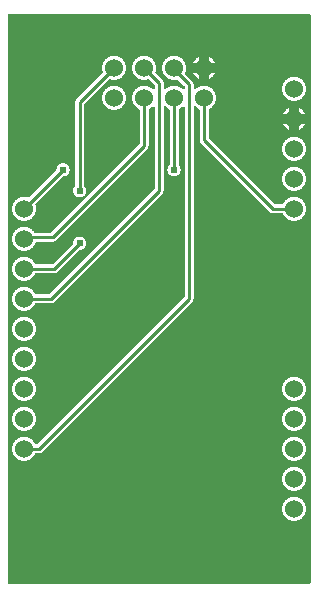
<source format=gbl>
G04 Layer: BottomLayer*
G04 EasyEDA v6.2.46, 2019-11-02T22:46:44+01:00*
G04 ac1458d9b49046569834fa52976d048a,2f1dc3ff27c442d188d0821d71f234e9,NaN*
G04 Gerber Generator version 0.2*
G04 Scale: 100 percent, Rotated: No, Reflected: No *
G04 Dimensions in millimeters *
G04 leading zeros omitted , absolute positions ,3 integer and 3 decimal *
%FSLAX33Y33*%
%MOMM*%
G90*
G71D02*

%ADD11C,0.250012*%
%ADD12C,0.609600*%
%ADD13C,1.524000*%

%LPD*%
G36*
G01X25549Y48257D02*
G01X104Y48257D01*
G01X89Y48256D01*
G01X75Y48253D01*
G01X61Y48248D01*
G01X49Y48241D01*
G01X37Y48232D01*
G01X27Y48222D01*
G01X18Y48210D01*
G01X11Y48198D01*
G01X6Y48184D01*
G01X3Y48170D01*
G01X2Y48155D01*
G01X2Y104D01*
G01X3Y89D01*
G01X6Y75D01*
G01X11Y61D01*
G01X18Y49D01*
G01X27Y37D01*
G01X37Y27D01*
G01X49Y18D01*
G01X61Y11D01*
G01X75Y6D01*
G01X89Y3D01*
G01X104Y2D01*
G01X25549Y2D01*
G01X25564Y3D01*
G01X25578Y6D01*
G01X25592Y11D01*
G01X25604Y18D01*
G01X25616Y27D01*
G01X25626Y37D01*
G01X25635Y49D01*
G01X25642Y61D01*
G01X25647Y75D01*
G01X25650Y89D01*
G01X25651Y104D01*
G01X25651Y48155D01*
G01X25650Y48170D01*
G01X25647Y48184D01*
G01X25642Y48198D01*
G01X25635Y48210D01*
G01X25626Y48222D01*
G01X25616Y48232D01*
G01X25604Y48241D01*
G01X25592Y48248D01*
G01X25578Y48253D01*
G01X25564Y48256D01*
G01X25549Y48257D01*
G37*

%LPC*%
G36*
G01X11602Y44705D02*
G01X11557Y44706D01*
G01X11511Y44705D01*
G01X11465Y44702D01*
G01X11420Y44697D01*
G01X11375Y44690D01*
G01X11330Y44681D01*
G01X11286Y44669D01*
G01X11242Y44656D01*
G01X11199Y44641D01*
G01X11156Y44624D01*
G01X11115Y44605D01*
G01X11074Y44584D01*
G01X11034Y44562D01*
G01X10995Y44538D01*
G01X10958Y44512D01*
G01X10921Y44484D01*
G01X10886Y44455D01*
G01X10853Y44424D01*
G01X10820Y44391D01*
G01X10789Y44358D01*
G01X10760Y44323D01*
G01X10732Y44286D01*
G01X10706Y44249D01*
G01X10682Y44210D01*
G01X10660Y44170D01*
G01X10639Y44129D01*
G01X10620Y44088D01*
G01X10603Y44045D01*
G01X10588Y44002D01*
G01X10575Y43958D01*
G01X10563Y43914D01*
G01X10554Y43869D01*
G01X10547Y43824D01*
G01X10542Y43779D01*
G01X10539Y43733D01*
G01X10538Y43688D01*
G01X10539Y43642D01*
G01X10542Y43596D01*
G01X10547Y43551D01*
G01X10554Y43506D01*
G01X10563Y43461D01*
G01X10575Y43417D01*
G01X10588Y43373D01*
G01X10603Y43330D01*
G01X10620Y43287D01*
G01X10639Y43246D01*
G01X10660Y43205D01*
G01X10682Y43165D01*
G01X10706Y43126D01*
G01X10732Y43089D01*
G01X10760Y43052D01*
G01X10789Y43017D01*
G01X10820Y42984D01*
G01X10853Y42951D01*
G01X10886Y42920D01*
G01X10921Y42891D01*
G01X10958Y42863D01*
G01X10995Y42837D01*
G01X11034Y42813D01*
G01X11074Y42791D01*
G01X11115Y42770D01*
G01X11156Y42751D01*
G01X11199Y42734D01*
G01X11242Y42719D01*
G01X11286Y42706D01*
G01X11330Y42694D01*
G01X11375Y42685D01*
G01X11420Y42678D01*
G01X11465Y42673D01*
G01X11511Y42670D01*
G01X11557Y42669D01*
G01X11606Y42670D01*
G01X11655Y42674D01*
G01X11704Y42680D01*
G01X11753Y42688D01*
G01X11801Y42699D01*
G01X11849Y42712D01*
G01X11896Y42727D01*
G01X11912Y42731D01*
G01X11929Y42733D01*
G01X11945Y42732D01*
G01X11961Y42728D01*
G01X11976Y42722D01*
G01X11989Y42713D01*
G01X12001Y42703D01*
G01X12415Y42289D01*
G01X12426Y42277D01*
G01X12434Y42264D01*
G01X12440Y42249D01*
G01X12444Y42233D01*
G01X12445Y42217D01*
G01X12445Y41945D01*
G01X12444Y41930D01*
G01X12441Y41916D01*
G01X12436Y41903D01*
G01X12429Y41890D01*
G01X12420Y41878D01*
G01X12410Y41868D01*
G01X12398Y41859D01*
G01X12386Y41852D01*
G01X12372Y41847D01*
G01X12358Y41844D01*
G01X12343Y41843D01*
G01X12328Y41844D01*
G01X12312Y41848D01*
G01X12298Y41854D01*
G01X12284Y41862D01*
G01X12272Y41872D01*
G01X12238Y41904D01*
G01X12203Y41935D01*
G01X12166Y41964D01*
G01X12128Y41991D01*
G01X12089Y42016D01*
G01X12048Y42039D01*
G01X12007Y42061D01*
G01X11965Y42081D01*
G01X11922Y42098D01*
G01X11878Y42114D01*
G01X11833Y42128D01*
G01X11788Y42139D01*
G01X11742Y42149D01*
G01X11696Y42156D01*
G01X11650Y42162D01*
G01X11603Y42165D01*
G01X11557Y42166D01*
G01X11511Y42165D01*
G01X11465Y42162D01*
G01X11420Y42157D01*
G01X11375Y42150D01*
G01X11330Y42141D01*
G01X11286Y42129D01*
G01X11242Y42116D01*
G01X11199Y42101D01*
G01X11156Y42084D01*
G01X11115Y42065D01*
G01X11074Y42044D01*
G01X11034Y42022D01*
G01X10995Y41998D01*
G01X10958Y41972D01*
G01X10921Y41944D01*
G01X10886Y41915D01*
G01X10853Y41884D01*
G01X10820Y41851D01*
G01X10789Y41818D01*
G01X10760Y41783D01*
G01X10732Y41746D01*
G01X10706Y41709D01*
G01X10682Y41670D01*
G01X10660Y41630D01*
G01X10639Y41589D01*
G01X10620Y41548D01*
G01X10603Y41505D01*
G01X10588Y41462D01*
G01X10575Y41418D01*
G01X10563Y41374D01*
G01X10554Y41329D01*
G01X10547Y41284D01*
G01X10542Y41239D01*
G01X10539Y41193D01*
G01X10538Y41147D01*
G01X10539Y41102D01*
G01X10542Y41056D01*
G01X10547Y41010D01*
G01X10554Y40965D01*
G01X10564Y40920D01*
G01X10575Y40876D01*
G01X10588Y40832D01*
G01X10603Y40789D01*
G01X10620Y40746D01*
G01X10639Y40705D01*
G01X10660Y40664D01*
G01X10683Y40624D01*
G01X10707Y40585D01*
G01X10733Y40548D01*
G01X10761Y40511D01*
G01X10791Y40476D01*
G01X10822Y40442D01*
G01X10854Y40410D01*
G01X10888Y40379D01*
G01X10923Y40350D01*
G01X10960Y40322D01*
G01X10998Y40296D01*
G01X11036Y40272D01*
G01X11076Y40249D01*
G01X11117Y40229D01*
G01X11131Y40220D01*
G01X11144Y40210D01*
G01X11155Y40198D01*
G01X11163Y40184D01*
G01X11170Y40169D01*
G01X11174Y40153D01*
G01X11175Y40137D01*
G01X11175Y37284D01*
G01X11174Y37268D01*
G01X11170Y37252D01*
G01X11164Y37237D01*
G01X11156Y37224D01*
G01X11145Y37212D01*
G01X3681Y29748D01*
G01X3669Y29737D01*
G01X3656Y29729D01*
G01X3641Y29723D01*
G01X3625Y29719D01*
G01X3609Y29718D01*
G01X2336Y29718D01*
G01X2321Y29719D01*
G01X2307Y29722D01*
G01X2294Y29727D01*
G01X2281Y29734D01*
G01X2270Y29743D01*
G01X2259Y29753D01*
G01X2251Y29764D01*
G01X2225Y29802D01*
G01X2197Y29839D01*
G01X2168Y29875D01*
G01X2137Y29909D01*
G01X2105Y29942D01*
G01X2071Y29973D01*
G01X2036Y30003D01*
G01X1999Y30031D01*
G01X1961Y30057D01*
G01X1922Y30082D01*
G01X1882Y30105D01*
G01X1842Y30126D01*
G01X1800Y30145D01*
G01X1757Y30162D01*
G01X1714Y30177D01*
G01X1669Y30191D01*
G01X1625Y30202D01*
G01X1580Y30211D01*
G01X1534Y30219D01*
G01X1488Y30224D01*
G01X1443Y30227D01*
G01X1397Y30228D01*
G01X1351Y30227D01*
G01X1305Y30224D01*
G01X1260Y30219D01*
G01X1215Y30212D01*
G01X1170Y30203D01*
G01X1126Y30191D01*
G01X1082Y30178D01*
G01X1039Y30163D01*
G01X996Y30146D01*
G01X955Y30127D01*
G01X914Y30106D01*
G01X874Y30084D01*
G01X835Y30060D01*
G01X798Y30034D01*
G01X761Y30006D01*
G01X726Y29977D01*
G01X693Y29946D01*
G01X660Y29913D01*
G01X629Y29880D01*
G01X600Y29845D01*
G01X572Y29808D01*
G01X546Y29771D01*
G01X522Y29732D01*
G01X500Y29692D01*
G01X479Y29651D01*
G01X460Y29610D01*
G01X443Y29567D01*
G01X428Y29524D01*
G01X415Y29480D01*
G01X403Y29436D01*
G01X394Y29391D01*
G01X387Y29346D01*
G01X382Y29301D01*
G01X379Y29255D01*
G01X378Y29210D01*
G01X379Y29164D01*
G01X382Y29118D01*
G01X387Y29073D01*
G01X394Y29028D01*
G01X403Y28983D01*
G01X415Y28939D01*
G01X428Y28895D01*
G01X443Y28852D01*
G01X460Y28809D01*
G01X479Y28768D01*
G01X500Y28727D01*
G01X522Y28687D01*
G01X546Y28648D01*
G01X572Y28611D01*
G01X600Y28574D01*
G01X629Y28539D01*
G01X660Y28506D01*
G01X693Y28473D01*
G01X726Y28442D01*
G01X761Y28413D01*
G01X798Y28385D01*
G01X835Y28359D01*
G01X874Y28335D01*
G01X914Y28313D01*
G01X955Y28292D01*
G01X996Y28273D01*
G01X1039Y28256D01*
G01X1082Y28241D01*
G01X1126Y28228D01*
G01X1170Y28216D01*
G01X1215Y28207D01*
G01X1260Y28200D01*
G01X1305Y28195D01*
G01X1351Y28192D01*
G01X1397Y28191D01*
G01X1444Y28192D01*
G01X1490Y28195D01*
G01X1537Y28201D01*
G01X1584Y28208D01*
G01X1630Y28218D01*
G01X1675Y28230D01*
G01X1720Y28244D01*
G01X1764Y28260D01*
G01X1808Y28278D01*
G01X1850Y28298D01*
G01X1892Y28320D01*
G01X1933Y28343D01*
G01X1972Y28369D01*
G01X2010Y28397D01*
G01X2047Y28426D01*
G01X2083Y28457D01*
G01X2117Y28489D01*
G01X2149Y28523D01*
G01X2180Y28559D01*
G01X2209Y28596D01*
G01X2237Y28634D01*
G01X2262Y28673D01*
G01X2286Y28714D01*
G01X2308Y28755D01*
G01X2328Y28798D01*
G01X2346Y28841D01*
G01X2362Y28886D01*
G01X2368Y28900D01*
G01X2377Y28914D01*
G01X2387Y28926D01*
G01X2399Y28936D01*
G01X2413Y28944D01*
G01X2427Y28950D01*
G01X2443Y28954D01*
G01X2459Y28955D01*
G01X3810Y28955D01*
G01X3839Y28956D01*
G01X3869Y28960D01*
G01X3899Y28965D01*
G01X3927Y28974D01*
G01X3956Y28984D01*
G01X3983Y28997D01*
G01X4009Y29011D01*
G01X4034Y29028D01*
G01X4057Y29046D01*
G01X4079Y29067D01*
G01X11826Y36814D01*
G01X11847Y36836D01*
G01X11865Y36859D01*
G01X11882Y36884D01*
G01X11896Y36910D01*
G01X11909Y36937D01*
G01X11919Y36966D01*
G01X11928Y36994D01*
G01X11933Y37024D01*
G01X11937Y37054D01*
G01X11938Y37084D01*
G01X11938Y40137D01*
G01X11939Y40153D01*
G01X11943Y40169D01*
G01X11950Y40184D01*
G01X11958Y40198D01*
G01X11969Y40210D01*
G01X11982Y40220D01*
G01X11996Y40229D01*
G01X12039Y40250D01*
G01X12081Y40274D01*
G01X12122Y40300D01*
G01X12162Y40328D01*
G01X12200Y40358D01*
G01X12237Y40389D01*
G01X12272Y40423D01*
G01X12284Y40433D01*
G01X12298Y40441D01*
G01X12312Y40447D01*
G01X12328Y40451D01*
G01X12343Y40452D01*
G01X12358Y40451D01*
G01X12372Y40448D01*
G01X12386Y40443D01*
G01X12398Y40436D01*
G01X12410Y40427D01*
G01X12420Y40417D01*
G01X12429Y40405D01*
G01X12436Y40392D01*
G01X12441Y40379D01*
G01X12444Y40365D01*
G01X12445Y40350D01*
G01X12445Y33474D01*
G01X12444Y33458D01*
G01X12440Y33442D01*
G01X12434Y33427D01*
G01X12426Y33414D01*
G01X12415Y33402D01*
G01X3554Y24541D01*
G01X3542Y24530D01*
G01X3529Y24522D01*
G01X3514Y24516D01*
G01X3498Y24512D01*
G01X3482Y24511D01*
G01X2407Y24511D01*
G01X2391Y24512D01*
G01X2375Y24516D01*
G01X2360Y24523D01*
G01X2346Y24531D01*
G01X2334Y24542D01*
G01X2324Y24555D01*
G01X2315Y24569D01*
G01X2295Y24610D01*
G01X2272Y24650D01*
G01X2248Y24688D01*
G01X2222Y24726D01*
G01X2194Y24763D01*
G01X2165Y24798D01*
G01X2134Y24832D01*
G01X2102Y24864D01*
G01X2068Y24895D01*
G01X2033Y24925D01*
G01X1996Y24953D01*
G01X1959Y24979D01*
G01X1920Y25003D01*
G01X1880Y25026D01*
G01X1839Y25047D01*
G01X1798Y25066D01*
G01X1755Y25083D01*
G01X1712Y25098D01*
G01X1668Y25111D01*
G01X1624Y25122D01*
G01X1579Y25132D01*
G01X1534Y25139D01*
G01X1488Y25144D01*
G01X1442Y25147D01*
G01X1397Y25148D01*
G01X1351Y25147D01*
G01X1305Y25144D01*
G01X1260Y25139D01*
G01X1215Y25132D01*
G01X1170Y25123D01*
G01X1126Y25111D01*
G01X1082Y25098D01*
G01X1039Y25083D01*
G01X996Y25066D01*
G01X955Y25047D01*
G01X914Y25026D01*
G01X874Y25004D01*
G01X835Y24980D01*
G01X798Y24954D01*
G01X761Y24926D01*
G01X726Y24897D01*
G01X693Y24866D01*
G01X660Y24833D01*
G01X629Y24800D01*
G01X600Y24765D01*
G01X572Y24728D01*
G01X546Y24691D01*
G01X522Y24652D01*
G01X500Y24612D01*
G01X479Y24571D01*
G01X460Y24530D01*
G01X443Y24487D01*
G01X428Y24444D01*
G01X415Y24400D01*
G01X403Y24356D01*
G01X394Y24311D01*
G01X387Y24266D01*
G01X382Y24221D01*
G01X379Y24175D01*
G01X378Y24130D01*
G01X379Y24084D01*
G01X382Y24038D01*
G01X387Y23993D01*
G01X394Y23948D01*
G01X403Y23903D01*
G01X415Y23859D01*
G01X428Y23815D01*
G01X443Y23772D01*
G01X460Y23729D01*
G01X479Y23688D01*
G01X500Y23647D01*
G01X522Y23607D01*
G01X546Y23568D01*
G01X572Y23531D01*
G01X600Y23494D01*
G01X629Y23459D01*
G01X660Y23426D01*
G01X693Y23393D01*
G01X726Y23362D01*
G01X761Y23333D01*
G01X798Y23305D01*
G01X835Y23279D01*
G01X874Y23255D01*
G01X914Y23233D01*
G01X955Y23212D01*
G01X996Y23193D01*
G01X1039Y23176D01*
G01X1082Y23161D01*
G01X1126Y23148D01*
G01X1170Y23136D01*
G01X1215Y23127D01*
G01X1260Y23120D01*
G01X1305Y23115D01*
G01X1351Y23112D01*
G01X1397Y23111D01*
G01X1442Y23112D01*
G01X1488Y23115D01*
G01X1534Y23120D01*
G01X1579Y23127D01*
G01X1624Y23137D01*
G01X1668Y23148D01*
G01X1712Y23161D01*
G01X1755Y23176D01*
G01X1798Y23193D01*
G01X1839Y23212D01*
G01X1880Y23233D01*
G01X1920Y23256D01*
G01X1959Y23280D01*
G01X1996Y23306D01*
G01X2033Y23334D01*
G01X2068Y23364D01*
G01X2102Y23395D01*
G01X2134Y23427D01*
G01X2165Y23461D01*
G01X2194Y23496D01*
G01X2222Y23533D01*
G01X2248Y23571D01*
G01X2272Y23609D01*
G01X2295Y23649D01*
G01X2315Y23690D01*
G01X2324Y23704D01*
G01X2334Y23717D01*
G01X2346Y23728D01*
G01X2360Y23736D01*
G01X2375Y23743D01*
G01X2391Y23747D01*
G01X2407Y23748D01*
G01X3683Y23748D01*
G01X3712Y23749D01*
G01X3742Y23753D01*
G01X3772Y23758D01*
G01X3800Y23767D01*
G01X3829Y23777D01*
G01X3856Y23790D01*
G01X3882Y23804D01*
G01X3907Y23821D01*
G01X3930Y23839D01*
G01X3952Y23860D01*
G01X13096Y33004D01*
G01X13117Y33026D01*
G01X13135Y33049D01*
G01X13152Y33074D01*
G01X13166Y33100D01*
G01X13179Y33127D01*
G01X13189Y33156D01*
G01X13198Y33184D01*
G01X13203Y33214D01*
G01X13207Y33244D01*
G01X13208Y33274D01*
G01X13208Y40350D01*
G01X13209Y40365D01*
G01X13212Y40379D01*
G01X13217Y40392D01*
G01X13224Y40405D01*
G01X13233Y40417D01*
G01X13243Y40427D01*
G01X13255Y40436D01*
G01X13267Y40443D01*
G01X13281Y40448D01*
G01X13295Y40451D01*
G01X13310Y40452D01*
G01X13325Y40451D01*
G01X13341Y40447D01*
G01X13355Y40441D01*
G01X13369Y40433D01*
G01X13381Y40423D01*
G01X13416Y40389D01*
G01X13453Y40358D01*
G01X13491Y40328D01*
G01X13531Y40300D01*
G01X13572Y40274D01*
G01X13614Y40250D01*
G01X13657Y40229D01*
G01X13671Y40220D01*
G01X13684Y40210D01*
G01X13695Y40198D01*
G01X13703Y40184D01*
G01X13710Y40169D01*
G01X13714Y40153D01*
G01X13715Y40137D01*
G01X13715Y35505D01*
G01X13714Y35490D01*
G01X13710Y35475D01*
G01X13705Y35461D01*
G01X13697Y35448D01*
G01X13687Y35436D01*
G01X13664Y35409D01*
G01X13642Y35382D01*
G01X13623Y35352D01*
G01X13605Y35322D01*
G01X13589Y35291D01*
G01X13575Y35258D01*
G01X13563Y35225D01*
G01X13553Y35191D01*
G01X13545Y35157D01*
G01X13540Y35122D01*
G01X13536Y35087D01*
G01X13535Y35052D01*
G01X13536Y35018D01*
G01X13539Y34984D01*
G01X13544Y34950D01*
G01X13551Y34917D01*
G01X13561Y34884D01*
G01X13572Y34852D01*
G01X13585Y34821D01*
G01X13599Y34791D01*
G01X13616Y34761D01*
G01X13635Y34733D01*
G01X13655Y34705D01*
G01X13676Y34679D01*
G01X13724Y34631D01*
G01X13750Y34610D01*
G01X13778Y34590D01*
G01X13806Y34571D01*
G01X13836Y34554D01*
G01X13866Y34540D01*
G01X13897Y34527D01*
G01X13929Y34516D01*
G01X13962Y34506D01*
G01X13995Y34499D01*
G01X14029Y34494D01*
G01X14063Y34491D01*
G01X14097Y34490D01*
G01X14130Y34491D01*
G01X14164Y34494D01*
G01X14198Y34499D01*
G01X14231Y34506D01*
G01X14264Y34516D01*
G01X14296Y34527D01*
G01X14327Y34540D01*
G01X14357Y34554D01*
G01X14387Y34571D01*
G01X14415Y34590D01*
G01X14443Y34610D01*
G01X14469Y34631D01*
G01X14517Y34679D01*
G01X14538Y34705D01*
G01X14558Y34733D01*
G01X14577Y34761D01*
G01X14594Y34791D01*
G01X14608Y34821D01*
G01X14621Y34852D01*
G01X14632Y34884D01*
G01X14642Y34917D01*
G01X14649Y34950D01*
G01X14654Y34984D01*
G01X14657Y35018D01*
G01X14658Y35051D01*
G01X14657Y35087D01*
G01X14653Y35122D01*
G01X14648Y35157D01*
G01X14640Y35191D01*
G01X14630Y35225D01*
G01X14618Y35258D01*
G01X14604Y35291D01*
G01X14588Y35322D01*
G01X14570Y35352D01*
G01X14551Y35382D01*
G01X14529Y35409D01*
G01X14506Y35436D01*
G01X14496Y35448D01*
G01X14488Y35461D01*
G01X14483Y35475D01*
G01X14479Y35490D01*
G01X14478Y35505D01*
G01X14478Y40137D01*
G01X14479Y40153D01*
G01X14483Y40169D01*
G01X14490Y40184D01*
G01X14498Y40198D01*
G01X14509Y40210D01*
G01X14522Y40220D01*
G01X14536Y40229D01*
G01X14579Y40250D01*
G01X14621Y40274D01*
G01X14662Y40300D01*
G01X14702Y40328D01*
G01X14740Y40358D01*
G01X14777Y40389D01*
G01X14812Y40423D01*
G01X14824Y40433D01*
G01X14838Y40441D01*
G01X14852Y40447D01*
G01X14868Y40451D01*
G01X14883Y40452D01*
G01X14898Y40451D01*
G01X14912Y40448D01*
G01X14926Y40443D01*
G01X14938Y40436D01*
G01X14950Y40427D01*
G01X14960Y40417D01*
G01X14969Y40405D01*
G01X14976Y40392D01*
G01X14981Y40379D01*
G01X14984Y40365D01*
G01X14985Y40350D01*
G01X14985Y24330D01*
G01X14984Y24314D01*
G01X14980Y24298D01*
G01X14974Y24283D01*
G01X14966Y24270D01*
G01X14955Y24258D01*
G01X2538Y11841D01*
G01X2526Y11830D01*
G01X2513Y11822D01*
G01X2498Y11816D01*
G01X2482Y11812D01*
G01X2466Y11811D01*
G01X2407Y11811D01*
G01X2391Y11812D01*
G01X2375Y11816D01*
G01X2360Y11823D01*
G01X2346Y11831D01*
G01X2334Y11842D01*
G01X2324Y11855D01*
G01X2315Y11869D01*
G01X2295Y11910D01*
G01X2272Y11950D01*
G01X2248Y11988D01*
G01X2222Y12026D01*
G01X2194Y12063D01*
G01X2165Y12098D01*
G01X2134Y12132D01*
G01X2102Y12164D01*
G01X2068Y12195D01*
G01X2033Y12225D01*
G01X1996Y12253D01*
G01X1959Y12279D01*
G01X1920Y12303D01*
G01X1880Y12326D01*
G01X1839Y12347D01*
G01X1798Y12366D01*
G01X1755Y12383D01*
G01X1712Y12398D01*
G01X1668Y12411D01*
G01X1624Y12422D01*
G01X1579Y12432D01*
G01X1534Y12439D01*
G01X1488Y12444D01*
G01X1442Y12447D01*
G01X1397Y12448D01*
G01X1351Y12447D01*
G01X1305Y12444D01*
G01X1260Y12439D01*
G01X1215Y12432D01*
G01X1170Y12423D01*
G01X1126Y12411D01*
G01X1082Y12398D01*
G01X1039Y12383D01*
G01X996Y12366D01*
G01X955Y12347D01*
G01X914Y12326D01*
G01X874Y12304D01*
G01X835Y12280D01*
G01X798Y12254D01*
G01X761Y12226D01*
G01X726Y12197D01*
G01X693Y12166D01*
G01X660Y12133D01*
G01X629Y12100D01*
G01X600Y12065D01*
G01X572Y12028D01*
G01X546Y11991D01*
G01X522Y11952D01*
G01X500Y11912D01*
G01X479Y11871D01*
G01X460Y11830D01*
G01X443Y11787D01*
G01X428Y11744D01*
G01X415Y11700D01*
G01X403Y11656D01*
G01X394Y11611D01*
G01X387Y11566D01*
G01X382Y11521D01*
G01X379Y11475D01*
G01X378Y11430D01*
G01X379Y11384D01*
G01X382Y11338D01*
G01X387Y11293D01*
G01X394Y11248D01*
G01X403Y11203D01*
G01X415Y11159D01*
G01X428Y11115D01*
G01X443Y11072D01*
G01X460Y11029D01*
G01X479Y10988D01*
G01X500Y10947D01*
G01X522Y10907D01*
G01X546Y10868D01*
G01X572Y10831D01*
G01X600Y10794D01*
G01X629Y10759D01*
G01X660Y10726D01*
G01X693Y10693D01*
G01X726Y10662D01*
G01X761Y10633D01*
G01X798Y10605D01*
G01X835Y10579D01*
G01X874Y10555D01*
G01X914Y10533D01*
G01X955Y10512D01*
G01X996Y10493D01*
G01X1039Y10476D01*
G01X1082Y10461D01*
G01X1126Y10448D01*
G01X1170Y10436D01*
G01X1215Y10427D01*
G01X1260Y10420D01*
G01X1305Y10415D01*
G01X1351Y10412D01*
G01X1397Y10411D01*
G01X1442Y10412D01*
G01X1488Y10415D01*
G01X1534Y10420D01*
G01X1579Y10427D01*
G01X1624Y10437D01*
G01X1668Y10448D01*
G01X1712Y10461D01*
G01X1755Y10476D01*
G01X1798Y10493D01*
G01X1839Y10512D01*
G01X1880Y10533D01*
G01X1920Y10556D01*
G01X1959Y10580D01*
G01X1996Y10606D01*
G01X2033Y10634D01*
G01X2068Y10664D01*
G01X2102Y10695D01*
G01X2134Y10727D01*
G01X2165Y10761D01*
G01X2194Y10796D01*
G01X2222Y10833D01*
G01X2248Y10871D01*
G01X2272Y10909D01*
G01X2295Y10949D01*
G01X2315Y10990D01*
G01X2324Y11004D01*
G01X2334Y11017D01*
G01X2346Y11028D01*
G01X2360Y11036D01*
G01X2375Y11043D01*
G01X2391Y11047D01*
G01X2407Y11048D01*
G01X2667Y11048D01*
G01X2696Y11049D01*
G01X2726Y11053D01*
G01X2756Y11058D01*
G01X2784Y11067D01*
G01X2813Y11077D01*
G01X2840Y11090D01*
G01X2866Y11104D01*
G01X2891Y11121D01*
G01X2914Y11139D01*
G01X2936Y11160D01*
G01X15636Y23860D01*
G01X15657Y23882D01*
G01X15675Y23905D01*
G01X15692Y23930D01*
G01X15706Y23956D01*
G01X15719Y23983D01*
G01X15729Y24012D01*
G01X15738Y24040D01*
G01X15743Y24070D01*
G01X15747Y24100D01*
G01X15748Y24130D01*
G01X15748Y40350D01*
G01X15749Y40365D01*
G01X15752Y40379D01*
G01X15757Y40392D01*
G01X15764Y40405D01*
G01X15773Y40417D01*
G01X15783Y40427D01*
G01X15795Y40436D01*
G01X15807Y40443D01*
G01X15821Y40448D01*
G01X15835Y40451D01*
G01X15850Y40452D01*
G01X15865Y40451D01*
G01X15881Y40447D01*
G01X15895Y40441D01*
G01X15909Y40433D01*
G01X15921Y40423D01*
G01X15956Y40389D01*
G01X15993Y40358D01*
G01X16031Y40328D01*
G01X16071Y40300D01*
G01X16112Y40274D01*
G01X16154Y40250D01*
G01X16197Y40229D01*
G01X16211Y40220D01*
G01X16224Y40210D01*
G01X16235Y40198D01*
G01X16243Y40184D01*
G01X16250Y40169D01*
G01X16254Y40153D01*
G01X16255Y40137D01*
G01X16255Y37592D01*
G01X16256Y37562D01*
G01X16260Y37532D01*
G01X16265Y37502D01*
G01X16274Y37474D01*
G01X16284Y37445D01*
G01X16297Y37418D01*
G01X16311Y37392D01*
G01X16328Y37367D01*
G01X16346Y37344D01*
G01X16367Y37322D01*
G01X22209Y31480D01*
G01X22231Y31459D01*
G01X22254Y31441D01*
G01X22279Y31424D01*
G01X22305Y31410D01*
G01X22332Y31397D01*
G01X22361Y31387D01*
G01X22389Y31378D01*
G01X22419Y31373D01*
G01X22449Y31369D01*
G01X22478Y31368D01*
G01X23246Y31368D01*
G01X23262Y31367D01*
G01X23278Y31363D01*
G01X23293Y31356D01*
G01X23307Y31348D01*
G01X23319Y31337D01*
G01X23329Y31324D01*
G01X23338Y31310D01*
G01X23358Y31269D01*
G01X23381Y31229D01*
G01X23405Y31191D01*
G01X23431Y31153D01*
G01X23459Y31116D01*
G01X23488Y31081D01*
G01X23519Y31047D01*
G01X23551Y31015D01*
G01X23585Y30984D01*
G01X23620Y30954D01*
G01X23657Y30926D01*
G01X23694Y30900D01*
G01X23733Y30876D01*
G01X23773Y30853D01*
G01X23814Y30832D01*
G01X23855Y30813D01*
G01X23898Y30796D01*
G01X23941Y30781D01*
G01X23985Y30768D01*
G01X24029Y30757D01*
G01X24074Y30747D01*
G01X24119Y30740D01*
G01X24165Y30735D01*
G01X24211Y30732D01*
G01X24257Y30731D01*
G01X24302Y30732D01*
G01X24348Y30735D01*
G01X24393Y30740D01*
G01X24438Y30747D01*
G01X24483Y30756D01*
G01X24527Y30768D01*
G01X24571Y30781D01*
G01X24614Y30796D01*
G01X24657Y30813D01*
G01X24698Y30832D01*
G01X24739Y30853D01*
G01X24779Y30875D01*
G01X24818Y30899D01*
G01X24855Y30925D01*
G01X24892Y30953D01*
G01X24927Y30982D01*
G01X24960Y31013D01*
G01X24993Y31046D01*
G01X25024Y31079D01*
G01X25053Y31114D01*
G01X25081Y31151D01*
G01X25107Y31188D01*
G01X25131Y31227D01*
G01X25153Y31267D01*
G01X25174Y31308D01*
G01X25193Y31349D01*
G01X25210Y31392D01*
G01X25225Y31435D01*
G01X25238Y31479D01*
G01X25250Y31523D01*
G01X25259Y31568D01*
G01X25266Y31613D01*
G01X25271Y31658D01*
G01X25274Y31704D01*
G01X25275Y31750D01*
G01X25274Y31795D01*
G01X25271Y31841D01*
G01X25266Y31886D01*
G01X25259Y31931D01*
G01X25250Y31976D01*
G01X25238Y32020D01*
G01X25225Y32064D01*
G01X25210Y32107D01*
G01X25193Y32150D01*
G01X25174Y32191D01*
G01X25153Y32232D01*
G01X25131Y32272D01*
G01X25107Y32311D01*
G01X25081Y32348D01*
G01X25053Y32385D01*
G01X25024Y32420D01*
G01X24993Y32453D01*
G01X24960Y32486D01*
G01X24927Y32517D01*
G01X24892Y32546D01*
G01X24855Y32574D01*
G01X24818Y32600D01*
G01X24779Y32624D01*
G01X24739Y32646D01*
G01X24698Y32667D01*
G01X24657Y32686D01*
G01X24614Y32703D01*
G01X24571Y32718D01*
G01X24527Y32731D01*
G01X24483Y32743D01*
G01X24438Y32752D01*
G01X24393Y32759D01*
G01X24348Y32764D01*
G01X24302Y32767D01*
G01X24257Y32768D01*
G01X24211Y32767D01*
G01X24165Y32764D01*
G01X24119Y32759D01*
G01X24074Y32752D01*
G01X24029Y32742D01*
G01X23985Y32731D01*
G01X23941Y32718D01*
G01X23898Y32703D01*
G01X23855Y32686D01*
G01X23814Y32667D01*
G01X23773Y32646D01*
G01X23733Y32623D01*
G01X23694Y32599D01*
G01X23657Y32573D01*
G01X23620Y32545D01*
G01X23585Y32515D01*
G01X23551Y32484D01*
G01X23519Y32452D01*
G01X23488Y32418D01*
G01X23459Y32383D01*
G01X23431Y32346D01*
G01X23405Y32308D01*
G01X23381Y32270D01*
G01X23358Y32230D01*
G01X23338Y32189D01*
G01X23329Y32175D01*
G01X23319Y32162D01*
G01X23307Y32151D01*
G01X23293Y32143D01*
G01X23278Y32136D01*
G01X23262Y32132D01*
G01X23246Y32131D01*
G01X22679Y32131D01*
G01X22663Y32132D01*
G01X22647Y32136D01*
G01X22632Y32142D01*
G01X22619Y32150D01*
G01X22607Y32161D01*
G01X17048Y37720D01*
G01X17037Y37732D01*
G01X17029Y37745D01*
G01X17023Y37760D01*
G01X17019Y37776D01*
G01X17018Y37792D01*
G01X17018Y40137D01*
G01X17019Y40153D01*
G01X17023Y40169D01*
G01X17030Y40184D01*
G01X17038Y40198D01*
G01X17049Y40210D01*
G01X17062Y40220D01*
G01X17076Y40229D01*
G01X17117Y40249D01*
G01X17157Y40272D01*
G01X17195Y40296D01*
G01X17233Y40322D01*
G01X17270Y40350D01*
G01X17305Y40379D01*
G01X17339Y40410D01*
G01X17371Y40442D01*
G01X17402Y40476D01*
G01X17432Y40511D01*
G01X17460Y40548D01*
G01X17486Y40585D01*
G01X17510Y40624D01*
G01X17533Y40664D01*
G01X17554Y40705D01*
G01X17573Y40746D01*
G01X17590Y40789D01*
G01X17605Y40832D01*
G01X17618Y40876D01*
G01X17629Y40920D01*
G01X17639Y40965D01*
G01X17646Y41010D01*
G01X17651Y41056D01*
G01X17654Y41102D01*
G01X17655Y41148D01*
G01X17654Y41193D01*
G01X17651Y41239D01*
G01X17646Y41284D01*
G01X17639Y41329D01*
G01X17630Y41374D01*
G01X17618Y41418D01*
G01X17605Y41462D01*
G01X17590Y41505D01*
G01X17573Y41548D01*
G01X17554Y41589D01*
G01X17533Y41630D01*
G01X17511Y41670D01*
G01X17487Y41709D01*
G01X17461Y41746D01*
G01X17433Y41783D01*
G01X17404Y41818D01*
G01X17373Y41851D01*
G01X17340Y41884D01*
G01X17307Y41915D01*
G01X17272Y41944D01*
G01X17235Y41972D01*
G01X17198Y41998D01*
G01X17159Y42022D01*
G01X17119Y42044D01*
G01X17078Y42065D01*
G01X17037Y42084D01*
G01X16994Y42101D01*
G01X16951Y42116D01*
G01X16907Y42129D01*
G01X16863Y42141D01*
G01X16818Y42150D01*
G01X16773Y42157D01*
G01X16728Y42162D01*
G01X16682Y42165D01*
G01X16636Y42166D01*
G01X16590Y42165D01*
G01X16543Y42162D01*
G01X16497Y42156D01*
G01X16451Y42149D01*
G01X16405Y42139D01*
G01X16360Y42128D01*
G01X16315Y42114D01*
G01X16271Y42098D01*
G01X16228Y42081D01*
G01X16186Y42061D01*
G01X16145Y42039D01*
G01X16104Y42016D01*
G01X16065Y41991D01*
G01X16027Y41964D01*
G01X15990Y41935D01*
G01X15955Y41904D01*
G01X15921Y41872D01*
G01X15909Y41862D01*
G01X15895Y41854D01*
G01X15881Y41848D01*
G01X15865Y41844D01*
G01X15850Y41843D01*
G01X15835Y41844D01*
G01X15821Y41847D01*
G01X15807Y41852D01*
G01X15795Y41859D01*
G01X15783Y41868D01*
G01X15773Y41878D01*
G01X15764Y41890D01*
G01X15757Y41903D01*
G01X15752Y41916D01*
G01X15749Y41930D01*
G01X15748Y41945D01*
G01X15748Y42290D01*
G01X15747Y42320D01*
G01X15743Y42350D01*
G01X15738Y42380D01*
G01X15729Y42408D01*
G01X15719Y42437D01*
G01X15706Y42464D01*
G01X15692Y42490D01*
G01X15675Y42515D01*
G01X15657Y42538D01*
G01X15636Y42560D01*
G01X15044Y43152D01*
G01X15034Y43164D01*
G01X15026Y43178D01*
G01X15020Y43193D01*
G01X15016Y43208D01*
G01X15015Y43224D01*
G01X15016Y43238D01*
G01X15019Y43253D01*
G01X15024Y43266D01*
G01X15043Y43310D01*
G01X15059Y43356D01*
G01X15074Y43402D01*
G01X15087Y43448D01*
G01X15097Y43496D01*
G01X15105Y43543D01*
G01X15110Y43591D01*
G01X15114Y43639D01*
G01X15115Y43688D01*
G01X15114Y43733D01*
G01X15111Y43779D01*
G01X15106Y43824D01*
G01X15099Y43869D01*
G01X15090Y43914D01*
G01X15078Y43958D01*
G01X15065Y44002D01*
G01X15050Y44045D01*
G01X15033Y44088D01*
G01X15014Y44129D01*
G01X14993Y44170D01*
G01X14971Y44210D01*
G01X14947Y44249D01*
G01X14921Y44286D01*
G01X14893Y44323D01*
G01X14864Y44358D01*
G01X14833Y44391D01*
G01X14800Y44424D01*
G01X14767Y44455D01*
G01X14732Y44484D01*
G01X14695Y44512D01*
G01X14658Y44538D01*
G01X14619Y44562D01*
G01X14579Y44584D01*
G01X14538Y44605D01*
G01X14497Y44624D01*
G01X14454Y44641D01*
G01X14411Y44656D01*
G01X14367Y44669D01*
G01X14323Y44681D01*
G01X14278Y44690D01*
G01X14233Y44697D01*
G01X14188Y44702D01*
G01X14142Y44705D01*
G01X14097Y44706D01*
G01X14051Y44705D01*
G01X14005Y44702D01*
G01X13960Y44697D01*
G01X13915Y44690D01*
G01X13870Y44681D01*
G01X13826Y44669D01*
G01X13782Y44656D01*
G01X13739Y44641D01*
G01X13696Y44624D01*
G01X13655Y44605D01*
G01X13614Y44584D01*
G01X13574Y44562D01*
G01X13535Y44538D01*
G01X13498Y44512D01*
G01X13461Y44484D01*
G01X13426Y44455D01*
G01X13393Y44424D01*
G01X13360Y44391D01*
G01X13329Y44358D01*
G01X13300Y44323D01*
G01X13272Y44286D01*
G01X13246Y44249D01*
G01X13222Y44210D01*
G01X13200Y44170D01*
G01X13179Y44129D01*
G01X13160Y44088D01*
G01X13143Y44045D01*
G01X13128Y44002D01*
G01X13115Y43958D01*
G01X13103Y43914D01*
G01X13094Y43869D01*
G01X13087Y43824D01*
G01X13082Y43779D01*
G01X13079Y43733D01*
G01X13078Y43688D01*
G01X13079Y43642D01*
G01X13082Y43596D01*
G01X13087Y43551D01*
G01X13094Y43506D01*
G01X13103Y43461D01*
G01X13115Y43417D01*
G01X13128Y43373D01*
G01X13143Y43330D01*
G01X13160Y43287D01*
G01X13179Y43246D01*
G01X13200Y43205D01*
G01X13222Y43165D01*
G01X13246Y43126D01*
G01X13272Y43089D01*
G01X13300Y43052D01*
G01X13329Y43017D01*
G01X13360Y42984D01*
G01X13393Y42951D01*
G01X13426Y42920D01*
G01X13461Y42891D01*
G01X13498Y42863D01*
G01X13535Y42837D01*
G01X13574Y42813D01*
G01X13614Y42791D01*
G01X13655Y42770D01*
G01X13696Y42751D01*
G01X13739Y42734D01*
G01X13782Y42719D01*
G01X13826Y42706D01*
G01X13870Y42694D01*
G01X13915Y42685D01*
G01X13960Y42678D01*
G01X14005Y42673D01*
G01X14051Y42670D01*
G01X14097Y42669D01*
G01X14147Y42670D01*
G01X14198Y42674D01*
G01X14248Y42680D01*
G01X14298Y42689D01*
G01X14347Y42700D01*
G01X14372Y42703D01*
G01X14388Y42702D01*
G01X14403Y42698D01*
G01X14418Y42692D01*
G01X14432Y42684D01*
G01X14444Y42674D01*
G01X14955Y42162D01*
G01X14966Y42150D01*
G01X14974Y42137D01*
G01X14980Y42122D01*
G01X14984Y42106D01*
G01X14985Y42090D01*
G01X14985Y41945D01*
G01X14984Y41930D01*
G01X14981Y41916D01*
G01X14976Y41903D01*
G01X14969Y41890D01*
G01X14960Y41878D01*
G01X14950Y41868D01*
G01X14938Y41859D01*
G01X14926Y41852D01*
G01X14912Y41847D01*
G01X14898Y41844D01*
G01X14883Y41843D01*
G01X14868Y41844D01*
G01X14852Y41848D01*
G01X14838Y41854D01*
G01X14824Y41862D01*
G01X14812Y41872D01*
G01X14778Y41904D01*
G01X14743Y41935D01*
G01X14706Y41964D01*
G01X14668Y41991D01*
G01X14629Y42016D01*
G01X14588Y42039D01*
G01X14547Y42061D01*
G01X14505Y42081D01*
G01X14462Y42098D01*
G01X14418Y42114D01*
G01X14373Y42128D01*
G01X14328Y42139D01*
G01X14282Y42149D01*
G01X14236Y42156D01*
G01X14190Y42162D01*
G01X14143Y42165D01*
G01X14096Y42166D01*
G01X14050Y42165D01*
G01X14003Y42162D01*
G01X13957Y42156D01*
G01X13911Y42149D01*
G01X13865Y42139D01*
G01X13820Y42128D01*
G01X13775Y42114D01*
G01X13731Y42098D01*
G01X13688Y42081D01*
G01X13646Y42061D01*
G01X13605Y42039D01*
G01X13564Y42016D01*
G01X13525Y41991D01*
G01X13487Y41964D01*
G01X13450Y41935D01*
G01X13415Y41904D01*
G01X13381Y41872D01*
G01X13369Y41862D01*
G01X13355Y41854D01*
G01X13341Y41848D01*
G01X13325Y41844D01*
G01X13310Y41843D01*
G01X13295Y41844D01*
G01X13281Y41847D01*
G01X13267Y41852D01*
G01X13255Y41859D01*
G01X13243Y41868D01*
G01X13233Y41878D01*
G01X13224Y41890D01*
G01X13217Y41903D01*
G01X13212Y41916D01*
G01X13209Y41930D01*
G01X13208Y41945D01*
G01X13208Y42417D01*
G01X13207Y42447D01*
G01X13203Y42477D01*
G01X13198Y42507D01*
G01X13189Y42535D01*
G01X13179Y42564D01*
G01X13166Y42591D01*
G01X13152Y42617D01*
G01X13135Y42642D01*
G01X13117Y42665D01*
G01X13096Y42687D01*
G01X12541Y43243D01*
G01X12531Y43255D01*
G01X12522Y43268D01*
G01X12516Y43283D01*
G01X12512Y43299D01*
G01X12511Y43315D01*
G01X12513Y43332D01*
G01X12517Y43348D01*
G01X12532Y43395D01*
G01X12545Y43443D01*
G01X12556Y43491D01*
G01X12564Y43540D01*
G01X12570Y43589D01*
G01X12574Y43638D01*
G01X12575Y43688D01*
G01X12574Y43733D01*
G01X12571Y43779D01*
G01X12566Y43824D01*
G01X12559Y43869D01*
G01X12550Y43914D01*
G01X12538Y43958D01*
G01X12525Y44002D01*
G01X12510Y44045D01*
G01X12493Y44088D01*
G01X12474Y44129D01*
G01X12453Y44170D01*
G01X12431Y44210D01*
G01X12407Y44249D01*
G01X12381Y44286D01*
G01X12353Y44323D01*
G01X12324Y44358D01*
G01X12293Y44391D01*
G01X12260Y44424D01*
G01X12227Y44455D01*
G01X12192Y44484D01*
G01X12155Y44512D01*
G01X12118Y44538D01*
G01X12079Y44562D01*
G01X12039Y44584D01*
G01X11998Y44605D01*
G01X11957Y44624D01*
G01X11914Y44641D01*
G01X11871Y44656D01*
G01X11827Y44669D01*
G01X11783Y44681D01*
G01X11738Y44690D01*
G01X11693Y44697D01*
G01X11648Y44702D01*
G01X11602Y44705D01*
G37*
G36*
G01X9062Y44705D02*
G01X9017Y44706D01*
G01X8971Y44705D01*
G01X8925Y44702D01*
G01X8880Y44697D01*
G01X8835Y44690D01*
G01X8790Y44681D01*
G01X8746Y44669D01*
G01X8702Y44656D01*
G01X8659Y44641D01*
G01X8616Y44624D01*
G01X8575Y44605D01*
G01X8534Y44584D01*
G01X8494Y44562D01*
G01X8455Y44538D01*
G01X8418Y44512D01*
G01X8381Y44484D01*
G01X8346Y44455D01*
G01X8313Y44424D01*
G01X8280Y44391D01*
G01X8249Y44358D01*
G01X8220Y44323D01*
G01X8192Y44286D01*
G01X8166Y44249D01*
G01X8142Y44210D01*
G01X8120Y44170D01*
G01X8099Y44129D01*
G01X8080Y44088D01*
G01X8063Y44045D01*
G01X8048Y44002D01*
G01X8035Y43958D01*
G01X8023Y43914D01*
G01X8014Y43869D01*
G01X8007Y43824D01*
G01X8002Y43779D01*
G01X7999Y43733D01*
G01X7998Y43688D01*
G01X7999Y43638D01*
G01X8003Y43589D01*
G01X8009Y43540D01*
G01X8017Y43491D01*
G01X8028Y43443D01*
G01X8041Y43395D01*
G01X8056Y43348D01*
G01X8060Y43332D01*
G01X8062Y43315D01*
G01X8061Y43299D01*
G01X8057Y43283D01*
G01X8051Y43268D01*
G01X8042Y43255D01*
G01X8032Y43243D01*
G01X5826Y41036D01*
G01X5805Y41014D01*
G01X5787Y40991D01*
G01X5770Y40966D01*
G01X5756Y40940D01*
G01X5743Y40913D01*
G01X5733Y40884D01*
G01X5724Y40856D01*
G01X5719Y40826D01*
G01X5715Y40796D01*
G01X5714Y40767D01*
G01X5714Y33727D01*
G01X5713Y33712D01*
G01X5709Y33697D01*
G01X5704Y33683D01*
G01X5696Y33670D01*
G01X5686Y33658D01*
G01X5663Y33631D01*
G01X5641Y33604D01*
G01X5622Y33574D01*
G01X5604Y33544D01*
G01X5588Y33513D01*
G01X5574Y33480D01*
G01X5562Y33447D01*
G01X5552Y33413D01*
G01X5544Y33379D01*
G01X5539Y33344D01*
G01X5535Y33309D01*
G01X5534Y33274D01*
G01X5535Y33240D01*
G01X5538Y33206D01*
G01X5543Y33172D01*
G01X5550Y33139D01*
G01X5560Y33106D01*
G01X5571Y33074D01*
G01X5584Y33043D01*
G01X5598Y33013D01*
G01X5615Y32983D01*
G01X5634Y32955D01*
G01X5654Y32927D01*
G01X5675Y32901D01*
G01X5723Y32853D01*
G01X5749Y32832D01*
G01X5777Y32812D01*
G01X5805Y32793D01*
G01X5835Y32776D01*
G01X5865Y32762D01*
G01X5896Y32749D01*
G01X5928Y32738D01*
G01X5961Y32728D01*
G01X5994Y32721D01*
G01X6028Y32716D01*
G01X6062Y32713D01*
G01X6096Y32712D01*
G01X6129Y32713D01*
G01X6163Y32716D01*
G01X6197Y32721D01*
G01X6230Y32728D01*
G01X6263Y32738D01*
G01X6295Y32749D01*
G01X6326Y32762D01*
G01X6356Y32776D01*
G01X6386Y32793D01*
G01X6414Y32812D01*
G01X6442Y32832D01*
G01X6468Y32853D01*
G01X6516Y32901D01*
G01X6537Y32927D01*
G01X6557Y32955D01*
G01X6576Y32983D01*
G01X6593Y33013D01*
G01X6607Y33043D01*
G01X6620Y33074D01*
G01X6631Y33106D01*
G01X6641Y33139D01*
G01X6648Y33172D01*
G01X6653Y33206D01*
G01X6656Y33240D01*
G01X6657Y33273D01*
G01X6656Y33309D01*
G01X6652Y33344D01*
G01X6647Y33379D01*
G01X6639Y33413D01*
G01X6629Y33447D01*
G01X6617Y33480D01*
G01X6603Y33513D01*
G01X6587Y33544D01*
G01X6569Y33574D01*
G01X6550Y33604D01*
G01X6528Y33631D01*
G01X6505Y33658D01*
G01X6495Y33670D01*
G01X6487Y33683D01*
G01X6482Y33697D01*
G01X6478Y33712D01*
G01X6477Y33727D01*
G01X6477Y40566D01*
G01X6478Y40582D01*
G01X6482Y40598D01*
G01X6488Y40613D01*
G01X6496Y40626D01*
G01X6507Y40638D01*
G01X8572Y42703D01*
G01X8584Y42713D01*
G01X8597Y42722D01*
G01X8612Y42728D01*
G01X8628Y42732D01*
G01X8644Y42733D01*
G01X8661Y42731D01*
G01X8677Y42727D01*
G01X8724Y42712D01*
G01X8772Y42699D01*
G01X8820Y42688D01*
G01X8869Y42680D01*
G01X8918Y42674D01*
G01X8967Y42670D01*
G01X9017Y42669D01*
G01X9062Y42670D01*
G01X9108Y42673D01*
G01X9153Y42678D01*
G01X9198Y42685D01*
G01X9243Y42694D01*
G01X9287Y42706D01*
G01X9331Y42719D01*
G01X9374Y42734D01*
G01X9417Y42751D01*
G01X9458Y42770D01*
G01X9499Y42791D01*
G01X9539Y42813D01*
G01X9578Y42837D01*
G01X9615Y42863D01*
G01X9652Y42891D01*
G01X9687Y42920D01*
G01X9720Y42951D01*
G01X9753Y42984D01*
G01X9784Y43017D01*
G01X9813Y43052D01*
G01X9841Y43089D01*
G01X9867Y43126D01*
G01X9891Y43165D01*
G01X9913Y43205D01*
G01X9934Y43246D01*
G01X9953Y43287D01*
G01X9970Y43330D01*
G01X9985Y43373D01*
G01X9998Y43417D01*
G01X10010Y43461D01*
G01X10019Y43506D01*
G01X10026Y43551D01*
G01X10031Y43596D01*
G01X10034Y43642D01*
G01X10035Y43688D01*
G01X10034Y43733D01*
G01X10031Y43779D01*
G01X10026Y43824D01*
G01X10019Y43869D01*
G01X10010Y43914D01*
G01X9998Y43958D01*
G01X9985Y44002D01*
G01X9970Y44045D01*
G01X9953Y44088D01*
G01X9934Y44129D01*
G01X9913Y44170D01*
G01X9891Y44210D01*
G01X9867Y44249D01*
G01X9841Y44286D01*
G01X9813Y44323D01*
G01X9784Y44358D01*
G01X9753Y44391D01*
G01X9720Y44424D01*
G01X9687Y44455D01*
G01X9652Y44484D01*
G01X9615Y44512D01*
G01X9578Y44538D01*
G01X9539Y44562D01*
G01X9499Y44584D01*
G01X9458Y44605D01*
G01X9417Y44624D01*
G01X9374Y44641D01*
G01X9331Y44656D01*
G01X9287Y44669D01*
G01X9243Y44681D01*
G01X9198Y44690D01*
G01X9153Y44697D01*
G01X9108Y44702D01*
G01X9062Y44705D01*
G37*
G36*
G01X4732Y35612D02*
G01X4699Y35613D01*
G01X4664Y35612D01*
G01X4630Y35609D01*
G01X4595Y35603D01*
G01X4562Y35596D01*
G01X4528Y35586D01*
G01X4496Y35575D01*
G01X4464Y35561D01*
G01X4433Y35546D01*
G01X4403Y35529D01*
G01X4374Y35510D01*
G01X4347Y35489D01*
G01X4320Y35466D01*
G01X4296Y35442D01*
G01X4272Y35417D01*
G01X4251Y35390D01*
G01X4231Y35362D01*
G01X4212Y35332D01*
G01X4196Y35302D01*
G01X4182Y35270D01*
G01X4169Y35238D01*
G01X4159Y35205D01*
G01X4150Y35172D01*
G01X4144Y35138D01*
G01X4140Y35103D01*
G01X4137Y35069D01*
G01X4136Y35054D01*
G01X4132Y35039D01*
G01X4126Y35025D01*
G01X4118Y35012D01*
G01X4108Y35000D01*
G01X1841Y32734D01*
G01X1829Y32724D01*
G01X1816Y32715D01*
G01X1801Y32709D01*
G01X1785Y32705D01*
G01X1769Y32704D01*
G01X1752Y32706D01*
G01X1736Y32710D01*
G01X1689Y32725D01*
G01X1641Y32738D01*
G01X1593Y32749D01*
G01X1544Y32757D01*
G01X1495Y32763D01*
G01X1446Y32767D01*
G01X1397Y32768D01*
G01X1351Y32767D01*
G01X1305Y32764D01*
G01X1260Y32759D01*
G01X1215Y32752D01*
G01X1170Y32743D01*
G01X1126Y32731D01*
G01X1082Y32718D01*
G01X1039Y32703D01*
G01X996Y32686D01*
G01X955Y32667D01*
G01X914Y32646D01*
G01X874Y32624D01*
G01X835Y32600D01*
G01X798Y32574D01*
G01X761Y32546D01*
G01X726Y32517D01*
G01X693Y32486D01*
G01X660Y32453D01*
G01X629Y32420D01*
G01X600Y32385D01*
G01X572Y32348D01*
G01X546Y32311D01*
G01X522Y32272D01*
G01X500Y32232D01*
G01X479Y32191D01*
G01X460Y32150D01*
G01X443Y32107D01*
G01X428Y32064D01*
G01X415Y32020D01*
G01X403Y31976D01*
G01X394Y31931D01*
G01X387Y31886D01*
G01X382Y31841D01*
G01X379Y31795D01*
G01X378Y31750D01*
G01X379Y31704D01*
G01X382Y31658D01*
G01X387Y31613D01*
G01X394Y31568D01*
G01X403Y31523D01*
G01X415Y31479D01*
G01X428Y31435D01*
G01X443Y31392D01*
G01X460Y31349D01*
G01X479Y31308D01*
G01X500Y31267D01*
G01X522Y31227D01*
G01X546Y31188D01*
G01X572Y31151D01*
G01X600Y31114D01*
G01X629Y31079D01*
G01X660Y31046D01*
G01X693Y31013D01*
G01X726Y30982D01*
G01X761Y30953D01*
G01X798Y30925D01*
G01X835Y30899D01*
G01X874Y30875D01*
G01X914Y30853D01*
G01X955Y30832D01*
G01X996Y30813D01*
G01X1039Y30796D01*
G01X1082Y30781D01*
G01X1126Y30768D01*
G01X1170Y30756D01*
G01X1215Y30747D01*
G01X1260Y30740D01*
G01X1305Y30735D01*
G01X1351Y30732D01*
G01X1397Y30731D01*
G01X1442Y30732D01*
G01X1488Y30735D01*
G01X1533Y30740D01*
G01X1578Y30747D01*
G01X1623Y30756D01*
G01X1667Y30768D01*
G01X1711Y30781D01*
G01X1754Y30796D01*
G01X1797Y30813D01*
G01X1838Y30832D01*
G01X1879Y30853D01*
G01X1919Y30875D01*
G01X1958Y30899D01*
G01X1995Y30925D01*
G01X2032Y30953D01*
G01X2067Y30982D01*
G01X2100Y31013D01*
G01X2133Y31046D01*
G01X2164Y31079D01*
G01X2193Y31114D01*
G01X2221Y31151D01*
G01X2247Y31188D01*
G01X2271Y31227D01*
G01X2293Y31267D01*
G01X2314Y31308D01*
G01X2333Y31349D01*
G01X2350Y31392D01*
G01X2365Y31435D01*
G01X2378Y31479D01*
G01X2390Y31523D01*
G01X2399Y31568D01*
G01X2406Y31613D01*
G01X2411Y31658D01*
G01X2414Y31704D01*
G01X2415Y31749D01*
G01X2414Y31799D01*
G01X2410Y31848D01*
G01X2404Y31897D01*
G01X2396Y31946D01*
G01X2385Y31994D01*
G01X2372Y32042D01*
G01X2357Y32089D01*
G01X2353Y32105D01*
G01X2351Y32122D01*
G01X2352Y32138D01*
G01X2356Y32154D01*
G01X2362Y32169D01*
G01X2371Y32182D01*
G01X2381Y32194D01*
G01X4647Y34461D01*
G01X4659Y34471D01*
G01X4672Y34479D01*
G01X4686Y34485D01*
G01X4701Y34489D01*
G01X4716Y34490D01*
G01X4750Y34493D01*
G01X4785Y34497D01*
G01X4819Y34503D01*
G01X4852Y34512D01*
G01X4885Y34522D01*
G01X4917Y34535D01*
G01X4949Y34549D01*
G01X4979Y34565D01*
G01X5009Y34584D01*
G01X5037Y34604D01*
G01X5064Y34625D01*
G01X5089Y34649D01*
G01X5113Y34673D01*
G01X5136Y34700D01*
G01X5157Y34727D01*
G01X5176Y34756D01*
G01X5193Y34786D01*
G01X5208Y34817D01*
G01X5222Y34849D01*
G01X5233Y34881D01*
G01X5243Y34915D01*
G01X5250Y34948D01*
G01X5256Y34983D01*
G01X5259Y35017D01*
G01X5260Y35052D01*
G01X5259Y35085D01*
G01X5256Y35119D01*
G01X5251Y35153D01*
G01X5244Y35186D01*
G01X5234Y35219D01*
G01X5223Y35251D01*
G01X5210Y35282D01*
G01X5196Y35312D01*
G01X5179Y35342D01*
G01X5160Y35370D01*
G01X5140Y35398D01*
G01X5119Y35424D01*
G01X5071Y35472D01*
G01X5045Y35493D01*
G01X5017Y35513D01*
G01X4989Y35532D01*
G01X4959Y35549D01*
G01X4929Y35563D01*
G01X4898Y35576D01*
G01X4866Y35587D01*
G01X4833Y35597D01*
G01X4800Y35604D01*
G01X4766Y35609D01*
G01X4732Y35612D01*
G37*
G36*
G01X6129Y29389D02*
G01X6096Y29390D01*
G01X6061Y29389D01*
G01X6027Y29386D01*
G01X5992Y29380D01*
G01X5959Y29373D01*
G01X5925Y29363D01*
G01X5893Y29352D01*
G01X5861Y29338D01*
G01X5830Y29323D01*
G01X5800Y29306D01*
G01X5771Y29287D01*
G01X5744Y29266D01*
G01X5717Y29243D01*
G01X5693Y29219D01*
G01X5669Y29194D01*
G01X5648Y29167D01*
G01X5628Y29139D01*
G01X5609Y29109D01*
G01X5593Y29079D01*
G01X5579Y29047D01*
G01X5566Y29015D01*
G01X5556Y28982D01*
G01X5547Y28949D01*
G01X5541Y28915D01*
G01X5537Y28880D01*
G01X5534Y28846D01*
G01X5533Y28831D01*
G01X5529Y28816D01*
G01X5523Y28802D01*
G01X5515Y28789D01*
G01X5505Y28777D01*
G01X3808Y27081D01*
G01X3796Y27070D01*
G01X3783Y27062D01*
G01X3768Y27056D01*
G01X3752Y27052D01*
G01X3736Y27051D01*
G01X2407Y27051D01*
G01X2391Y27052D01*
G01X2375Y27056D01*
G01X2360Y27063D01*
G01X2346Y27071D01*
G01X2334Y27082D01*
G01X2324Y27095D01*
G01X2315Y27109D01*
G01X2295Y27150D01*
G01X2272Y27190D01*
G01X2248Y27228D01*
G01X2222Y27266D01*
G01X2194Y27303D01*
G01X2165Y27338D01*
G01X2134Y27372D01*
G01X2102Y27404D01*
G01X2068Y27435D01*
G01X2033Y27465D01*
G01X1996Y27493D01*
G01X1959Y27519D01*
G01X1920Y27543D01*
G01X1880Y27566D01*
G01X1839Y27587D01*
G01X1798Y27606D01*
G01X1755Y27623D01*
G01X1712Y27638D01*
G01X1668Y27651D01*
G01X1624Y27662D01*
G01X1579Y27672D01*
G01X1534Y27679D01*
G01X1488Y27684D01*
G01X1442Y27687D01*
G01X1397Y27688D01*
G01X1351Y27687D01*
G01X1305Y27684D01*
G01X1260Y27679D01*
G01X1215Y27672D01*
G01X1170Y27663D01*
G01X1126Y27651D01*
G01X1082Y27638D01*
G01X1039Y27623D01*
G01X996Y27606D01*
G01X955Y27587D01*
G01X914Y27566D01*
G01X874Y27544D01*
G01X835Y27520D01*
G01X798Y27494D01*
G01X761Y27466D01*
G01X726Y27437D01*
G01X693Y27406D01*
G01X660Y27373D01*
G01X629Y27340D01*
G01X600Y27305D01*
G01X572Y27268D01*
G01X546Y27231D01*
G01X522Y27192D01*
G01X500Y27152D01*
G01X479Y27111D01*
G01X460Y27070D01*
G01X443Y27027D01*
G01X428Y26984D01*
G01X415Y26940D01*
G01X403Y26896D01*
G01X394Y26851D01*
G01X387Y26806D01*
G01X382Y26761D01*
G01X379Y26715D01*
G01X378Y26670D01*
G01X379Y26624D01*
G01X382Y26578D01*
G01X387Y26533D01*
G01X394Y26488D01*
G01X403Y26443D01*
G01X415Y26399D01*
G01X428Y26355D01*
G01X443Y26312D01*
G01X460Y26269D01*
G01X479Y26228D01*
G01X500Y26187D01*
G01X522Y26147D01*
G01X546Y26108D01*
G01X572Y26071D01*
G01X600Y26034D01*
G01X629Y25999D01*
G01X660Y25966D01*
G01X693Y25933D01*
G01X726Y25902D01*
G01X761Y25873D01*
G01X798Y25845D01*
G01X835Y25819D01*
G01X874Y25795D01*
G01X914Y25773D01*
G01X955Y25752D01*
G01X996Y25733D01*
G01X1039Y25716D01*
G01X1082Y25701D01*
G01X1126Y25688D01*
G01X1170Y25676D01*
G01X1215Y25667D01*
G01X1260Y25660D01*
G01X1305Y25655D01*
G01X1351Y25652D01*
G01X1397Y25651D01*
G01X1442Y25652D01*
G01X1488Y25655D01*
G01X1534Y25660D01*
G01X1579Y25667D01*
G01X1624Y25677D01*
G01X1668Y25688D01*
G01X1712Y25701D01*
G01X1755Y25716D01*
G01X1798Y25733D01*
G01X1839Y25752D01*
G01X1880Y25773D01*
G01X1920Y25796D01*
G01X1959Y25820D01*
G01X1996Y25846D01*
G01X2033Y25874D01*
G01X2068Y25904D01*
G01X2102Y25935D01*
G01X2134Y25967D01*
G01X2165Y26001D01*
G01X2194Y26036D01*
G01X2222Y26073D01*
G01X2248Y26111D01*
G01X2272Y26149D01*
G01X2295Y26189D01*
G01X2315Y26230D01*
G01X2324Y26244D01*
G01X2334Y26257D01*
G01X2346Y26268D01*
G01X2360Y26276D01*
G01X2375Y26283D01*
G01X2391Y26287D01*
G01X2407Y26288D01*
G01X3937Y26288D01*
G01X3966Y26289D01*
G01X3996Y26293D01*
G01X4026Y26298D01*
G01X4054Y26307D01*
G01X4083Y26317D01*
G01X4110Y26330D01*
G01X4136Y26344D01*
G01X4161Y26361D01*
G01X4184Y26379D01*
G01X4206Y26400D01*
G01X6044Y28238D01*
G01X6056Y28248D01*
G01X6069Y28256D01*
G01X6083Y28262D01*
G01X6098Y28266D01*
G01X6113Y28267D01*
G01X6147Y28270D01*
G01X6182Y28274D01*
G01X6216Y28280D01*
G01X6249Y28289D01*
G01X6282Y28299D01*
G01X6314Y28312D01*
G01X6346Y28326D01*
G01X6376Y28342D01*
G01X6406Y28361D01*
G01X6434Y28381D01*
G01X6461Y28402D01*
G01X6486Y28426D01*
G01X6510Y28450D01*
G01X6533Y28477D01*
G01X6554Y28504D01*
G01X6573Y28533D01*
G01X6590Y28563D01*
G01X6605Y28594D01*
G01X6619Y28626D01*
G01X6630Y28658D01*
G01X6640Y28692D01*
G01X6647Y28725D01*
G01X6653Y28760D01*
G01X6656Y28794D01*
G01X6657Y28829D01*
G01X6656Y28862D01*
G01X6653Y28896D01*
G01X6648Y28930D01*
G01X6641Y28963D01*
G01X6631Y28996D01*
G01X6620Y29028D01*
G01X6607Y29059D01*
G01X6593Y29089D01*
G01X6576Y29119D01*
G01X6557Y29147D01*
G01X6537Y29175D01*
G01X6516Y29201D01*
G01X6468Y29249D01*
G01X6442Y29270D01*
G01X6414Y29290D01*
G01X6386Y29309D01*
G01X6356Y29326D01*
G01X6326Y29340D01*
G01X6295Y29353D01*
G01X6263Y29364D01*
G01X6230Y29374D01*
G01X6197Y29381D01*
G01X6163Y29386D01*
G01X6129Y29389D01*
G37*
G36*
G01X1442Y14987D02*
G01X1397Y14988D01*
G01X1351Y14987D01*
G01X1305Y14984D01*
G01X1260Y14979D01*
G01X1215Y14972D01*
G01X1170Y14963D01*
G01X1126Y14951D01*
G01X1082Y14938D01*
G01X1039Y14923D01*
G01X996Y14906D01*
G01X955Y14887D01*
G01X914Y14866D01*
G01X874Y14844D01*
G01X835Y14820D01*
G01X798Y14794D01*
G01X761Y14766D01*
G01X726Y14737D01*
G01X693Y14706D01*
G01X660Y14673D01*
G01X629Y14640D01*
G01X600Y14605D01*
G01X572Y14568D01*
G01X546Y14531D01*
G01X522Y14492D01*
G01X500Y14452D01*
G01X479Y14411D01*
G01X460Y14370D01*
G01X443Y14327D01*
G01X428Y14284D01*
G01X415Y14240D01*
G01X403Y14196D01*
G01X394Y14151D01*
G01X387Y14106D01*
G01X382Y14061D01*
G01X379Y14015D01*
G01X378Y13970D01*
G01X379Y13924D01*
G01X382Y13878D01*
G01X387Y13833D01*
G01X394Y13788D01*
G01X403Y13743D01*
G01X415Y13699D01*
G01X428Y13655D01*
G01X443Y13612D01*
G01X460Y13569D01*
G01X479Y13528D01*
G01X500Y13487D01*
G01X522Y13447D01*
G01X546Y13408D01*
G01X572Y13371D01*
G01X600Y13334D01*
G01X629Y13299D01*
G01X660Y13266D01*
G01X693Y13233D01*
G01X726Y13202D01*
G01X761Y13173D01*
G01X798Y13145D01*
G01X835Y13119D01*
G01X874Y13095D01*
G01X914Y13073D01*
G01X955Y13052D01*
G01X996Y13033D01*
G01X1039Y13016D01*
G01X1082Y13001D01*
G01X1126Y12988D01*
G01X1170Y12976D01*
G01X1215Y12967D01*
G01X1260Y12960D01*
G01X1305Y12955D01*
G01X1351Y12952D01*
G01X1397Y12951D01*
G01X1442Y12952D01*
G01X1488Y12955D01*
G01X1533Y12960D01*
G01X1578Y12967D01*
G01X1623Y12976D01*
G01X1667Y12988D01*
G01X1711Y13001D01*
G01X1754Y13016D01*
G01X1797Y13033D01*
G01X1838Y13052D01*
G01X1879Y13073D01*
G01X1919Y13095D01*
G01X1958Y13119D01*
G01X1995Y13145D01*
G01X2032Y13173D01*
G01X2067Y13202D01*
G01X2100Y13233D01*
G01X2133Y13266D01*
G01X2164Y13299D01*
G01X2193Y13334D01*
G01X2221Y13371D01*
G01X2247Y13408D01*
G01X2271Y13447D01*
G01X2293Y13487D01*
G01X2314Y13528D01*
G01X2333Y13569D01*
G01X2350Y13612D01*
G01X2365Y13655D01*
G01X2378Y13699D01*
G01X2390Y13743D01*
G01X2399Y13788D01*
G01X2406Y13833D01*
G01X2411Y13878D01*
G01X2414Y13924D01*
G01X2415Y13970D01*
G01X2414Y14015D01*
G01X2411Y14061D01*
G01X2406Y14106D01*
G01X2399Y14151D01*
G01X2390Y14196D01*
G01X2378Y14240D01*
G01X2365Y14284D01*
G01X2350Y14327D01*
G01X2333Y14370D01*
G01X2314Y14411D01*
G01X2293Y14452D01*
G01X2271Y14492D01*
G01X2247Y14531D01*
G01X2221Y14568D01*
G01X2193Y14605D01*
G01X2164Y14640D01*
G01X2133Y14673D01*
G01X2100Y14706D01*
G01X2067Y14737D01*
G01X2032Y14766D01*
G01X1995Y14794D01*
G01X1958Y14820D01*
G01X1919Y14844D01*
G01X1879Y14866D01*
G01X1838Y14887D01*
G01X1797Y14906D01*
G01X1754Y14923D01*
G01X1711Y14938D01*
G01X1667Y14951D01*
G01X1623Y14963D01*
G01X1578Y14972D01*
G01X1533Y14979D01*
G01X1488Y14984D01*
G01X1442Y14987D01*
G37*
G36*
G01X24302Y14987D02*
G01X24257Y14988D01*
G01X24211Y14987D01*
G01X24165Y14984D01*
G01X24120Y14979D01*
G01X24075Y14972D01*
G01X24030Y14963D01*
G01X23986Y14951D01*
G01X23942Y14938D01*
G01X23899Y14923D01*
G01X23856Y14906D01*
G01X23815Y14887D01*
G01X23774Y14866D01*
G01X23734Y14844D01*
G01X23695Y14820D01*
G01X23658Y14794D01*
G01X23621Y14766D01*
G01X23586Y14737D01*
G01X23553Y14706D01*
G01X23520Y14673D01*
G01X23489Y14640D01*
G01X23460Y14605D01*
G01X23432Y14568D01*
G01X23406Y14531D01*
G01X23382Y14492D01*
G01X23360Y14452D01*
G01X23339Y14411D01*
G01X23320Y14370D01*
G01X23303Y14327D01*
G01X23288Y14284D01*
G01X23275Y14240D01*
G01X23263Y14196D01*
G01X23254Y14151D01*
G01X23247Y14106D01*
G01X23242Y14061D01*
G01X23239Y14015D01*
G01X23238Y13970D01*
G01X23239Y13924D01*
G01X23242Y13878D01*
G01X23247Y13833D01*
G01X23254Y13788D01*
G01X23263Y13743D01*
G01X23275Y13699D01*
G01X23288Y13655D01*
G01X23303Y13612D01*
G01X23320Y13569D01*
G01X23339Y13528D01*
G01X23360Y13487D01*
G01X23382Y13447D01*
G01X23406Y13408D01*
G01X23432Y13371D01*
G01X23460Y13334D01*
G01X23489Y13299D01*
G01X23520Y13266D01*
G01X23553Y13233D01*
G01X23586Y13202D01*
G01X23621Y13173D01*
G01X23658Y13145D01*
G01X23695Y13119D01*
G01X23734Y13095D01*
G01X23774Y13073D01*
G01X23815Y13052D01*
G01X23856Y13033D01*
G01X23899Y13016D01*
G01X23942Y13001D01*
G01X23986Y12988D01*
G01X24030Y12976D01*
G01X24075Y12967D01*
G01X24120Y12960D01*
G01X24165Y12955D01*
G01X24211Y12952D01*
G01X24257Y12951D01*
G01X24302Y12952D01*
G01X24348Y12955D01*
G01X24393Y12960D01*
G01X24438Y12967D01*
G01X24483Y12976D01*
G01X24527Y12988D01*
G01X24571Y13001D01*
G01X24614Y13016D01*
G01X24657Y13033D01*
G01X24698Y13052D01*
G01X24739Y13073D01*
G01X24779Y13095D01*
G01X24818Y13119D01*
G01X24855Y13145D01*
G01X24892Y13173D01*
G01X24927Y13202D01*
G01X24960Y13233D01*
G01X24993Y13266D01*
G01X25024Y13299D01*
G01X25053Y13334D01*
G01X25081Y13371D01*
G01X25107Y13408D01*
G01X25131Y13447D01*
G01X25153Y13487D01*
G01X25174Y13528D01*
G01X25193Y13569D01*
G01X25210Y13612D01*
G01X25225Y13655D01*
G01X25238Y13699D01*
G01X25250Y13743D01*
G01X25259Y13788D01*
G01X25266Y13833D01*
G01X25271Y13878D01*
G01X25274Y13924D01*
G01X25275Y13970D01*
G01X25274Y14015D01*
G01X25271Y14061D01*
G01X25266Y14106D01*
G01X25259Y14151D01*
G01X25250Y14196D01*
G01X25238Y14240D01*
G01X25225Y14284D01*
G01X25210Y14327D01*
G01X25193Y14370D01*
G01X25174Y14411D01*
G01X25153Y14452D01*
G01X25131Y14492D01*
G01X25107Y14531D01*
G01X25081Y14568D01*
G01X25053Y14605D01*
G01X25024Y14640D01*
G01X24993Y14673D01*
G01X24960Y14706D01*
G01X24927Y14737D01*
G01X24892Y14766D01*
G01X24855Y14794D01*
G01X24818Y14820D01*
G01X24779Y14844D01*
G01X24739Y14866D01*
G01X24698Y14887D01*
G01X24657Y14906D01*
G01X24614Y14923D01*
G01X24571Y14938D01*
G01X24527Y14951D01*
G01X24483Y14963D01*
G01X24438Y14972D01*
G01X24393Y14979D01*
G01X24348Y14984D01*
G01X24302Y14987D01*
G37*
G36*
G01X24302Y17527D02*
G01X24257Y17528D01*
G01X24211Y17527D01*
G01X24165Y17524D01*
G01X24120Y17519D01*
G01X24075Y17512D01*
G01X24030Y17503D01*
G01X23986Y17491D01*
G01X23942Y17478D01*
G01X23899Y17463D01*
G01X23856Y17446D01*
G01X23815Y17427D01*
G01X23774Y17406D01*
G01X23734Y17384D01*
G01X23695Y17360D01*
G01X23658Y17334D01*
G01X23621Y17306D01*
G01X23586Y17277D01*
G01X23553Y17246D01*
G01X23520Y17213D01*
G01X23489Y17180D01*
G01X23460Y17145D01*
G01X23432Y17108D01*
G01X23406Y17071D01*
G01X23382Y17032D01*
G01X23360Y16992D01*
G01X23339Y16951D01*
G01X23320Y16910D01*
G01X23303Y16867D01*
G01X23288Y16824D01*
G01X23275Y16780D01*
G01X23263Y16736D01*
G01X23254Y16691D01*
G01X23247Y16646D01*
G01X23242Y16601D01*
G01X23239Y16555D01*
G01X23238Y16510D01*
G01X23239Y16464D01*
G01X23242Y16418D01*
G01X23247Y16373D01*
G01X23254Y16328D01*
G01X23263Y16283D01*
G01X23275Y16239D01*
G01X23288Y16195D01*
G01X23303Y16152D01*
G01X23320Y16109D01*
G01X23339Y16068D01*
G01X23360Y16027D01*
G01X23382Y15987D01*
G01X23406Y15948D01*
G01X23432Y15911D01*
G01X23460Y15874D01*
G01X23489Y15839D01*
G01X23520Y15806D01*
G01X23553Y15773D01*
G01X23586Y15742D01*
G01X23621Y15713D01*
G01X23658Y15685D01*
G01X23695Y15659D01*
G01X23734Y15635D01*
G01X23774Y15613D01*
G01X23815Y15592D01*
G01X23856Y15573D01*
G01X23899Y15556D01*
G01X23942Y15541D01*
G01X23986Y15528D01*
G01X24030Y15516D01*
G01X24075Y15507D01*
G01X24120Y15500D01*
G01X24165Y15495D01*
G01X24211Y15492D01*
G01X24257Y15491D01*
G01X24302Y15492D01*
G01X24348Y15495D01*
G01X24393Y15500D01*
G01X24438Y15507D01*
G01X24483Y15516D01*
G01X24527Y15528D01*
G01X24571Y15541D01*
G01X24614Y15556D01*
G01X24657Y15573D01*
G01X24698Y15592D01*
G01X24739Y15613D01*
G01X24779Y15635D01*
G01X24818Y15659D01*
G01X24855Y15685D01*
G01X24892Y15713D01*
G01X24927Y15742D01*
G01X24960Y15773D01*
G01X24993Y15806D01*
G01X25024Y15839D01*
G01X25053Y15874D01*
G01X25081Y15911D01*
G01X25107Y15948D01*
G01X25131Y15987D01*
G01X25153Y16027D01*
G01X25174Y16068D01*
G01X25193Y16109D01*
G01X25210Y16152D01*
G01X25225Y16195D01*
G01X25238Y16239D01*
G01X25250Y16283D01*
G01X25259Y16328D01*
G01X25266Y16373D01*
G01X25271Y16418D01*
G01X25274Y16464D01*
G01X25275Y16510D01*
G01X25274Y16555D01*
G01X25271Y16601D01*
G01X25266Y16646D01*
G01X25259Y16691D01*
G01X25250Y16736D01*
G01X25238Y16780D01*
G01X25225Y16824D01*
G01X25210Y16867D01*
G01X25193Y16910D01*
G01X25174Y16951D01*
G01X25153Y16992D01*
G01X25131Y17032D01*
G01X25107Y17071D01*
G01X25081Y17108D01*
G01X25053Y17145D01*
G01X25024Y17180D01*
G01X24993Y17213D01*
G01X24960Y17246D01*
G01X24927Y17277D01*
G01X24892Y17306D01*
G01X24855Y17334D01*
G01X24818Y17360D01*
G01X24779Y17384D01*
G01X24739Y17406D01*
G01X24698Y17427D01*
G01X24657Y17446D01*
G01X24614Y17463D01*
G01X24571Y17478D01*
G01X24527Y17491D01*
G01X24483Y17503D01*
G01X24438Y17512D01*
G01X24393Y17519D01*
G01X24348Y17524D01*
G01X24302Y17527D01*
G37*
G36*
G01X1442Y17527D02*
G01X1397Y17528D01*
G01X1351Y17527D01*
G01X1305Y17524D01*
G01X1260Y17519D01*
G01X1215Y17512D01*
G01X1170Y17503D01*
G01X1126Y17491D01*
G01X1082Y17478D01*
G01X1039Y17463D01*
G01X996Y17446D01*
G01X955Y17427D01*
G01X914Y17406D01*
G01X874Y17384D01*
G01X835Y17360D01*
G01X798Y17334D01*
G01X761Y17306D01*
G01X726Y17277D01*
G01X693Y17246D01*
G01X660Y17213D01*
G01X629Y17180D01*
G01X600Y17145D01*
G01X572Y17108D01*
G01X546Y17071D01*
G01X522Y17032D01*
G01X500Y16992D01*
G01X479Y16951D01*
G01X460Y16910D01*
G01X443Y16867D01*
G01X428Y16824D01*
G01X415Y16780D01*
G01X403Y16736D01*
G01X394Y16691D01*
G01X387Y16646D01*
G01X382Y16601D01*
G01X379Y16555D01*
G01X378Y16510D01*
G01X379Y16464D01*
G01X382Y16418D01*
G01X387Y16373D01*
G01X394Y16328D01*
G01X403Y16283D01*
G01X415Y16239D01*
G01X428Y16195D01*
G01X443Y16152D01*
G01X460Y16109D01*
G01X479Y16068D01*
G01X500Y16027D01*
G01X522Y15987D01*
G01X546Y15948D01*
G01X572Y15911D01*
G01X600Y15874D01*
G01X629Y15839D01*
G01X660Y15806D01*
G01X693Y15773D01*
G01X726Y15742D01*
G01X761Y15713D01*
G01X798Y15685D01*
G01X835Y15659D01*
G01X874Y15635D01*
G01X914Y15613D01*
G01X955Y15592D01*
G01X996Y15573D01*
G01X1039Y15556D01*
G01X1082Y15541D01*
G01X1126Y15528D01*
G01X1170Y15516D01*
G01X1215Y15507D01*
G01X1260Y15500D01*
G01X1305Y15495D01*
G01X1351Y15492D01*
G01X1397Y15491D01*
G01X1442Y15492D01*
G01X1488Y15495D01*
G01X1533Y15500D01*
G01X1578Y15507D01*
G01X1623Y15516D01*
G01X1667Y15528D01*
G01X1711Y15541D01*
G01X1754Y15556D01*
G01X1797Y15573D01*
G01X1838Y15592D01*
G01X1879Y15613D01*
G01X1919Y15635D01*
G01X1958Y15659D01*
G01X1995Y15685D01*
G01X2032Y15713D01*
G01X2067Y15742D01*
G01X2100Y15773D01*
G01X2133Y15806D01*
G01X2164Y15839D01*
G01X2193Y15874D01*
G01X2221Y15911D01*
G01X2247Y15948D01*
G01X2271Y15987D01*
G01X2293Y16027D01*
G01X2314Y16068D01*
G01X2333Y16109D01*
G01X2350Y16152D01*
G01X2365Y16195D01*
G01X2378Y16239D01*
G01X2390Y16283D01*
G01X2399Y16328D01*
G01X2406Y16373D01*
G01X2411Y16418D01*
G01X2414Y16464D01*
G01X2415Y16510D01*
G01X2414Y16555D01*
G01X2411Y16601D01*
G01X2406Y16646D01*
G01X2399Y16691D01*
G01X2390Y16736D01*
G01X2378Y16780D01*
G01X2365Y16824D01*
G01X2350Y16867D01*
G01X2333Y16910D01*
G01X2314Y16951D01*
G01X2293Y16992D01*
G01X2271Y17032D01*
G01X2247Y17071D01*
G01X2221Y17108D01*
G01X2193Y17145D01*
G01X2164Y17180D01*
G01X2133Y17213D01*
G01X2100Y17246D01*
G01X2067Y17277D01*
G01X2032Y17306D01*
G01X1995Y17334D01*
G01X1958Y17360D01*
G01X1919Y17384D01*
G01X1879Y17406D01*
G01X1838Y17427D01*
G01X1797Y17446D01*
G01X1754Y17463D01*
G01X1711Y17478D01*
G01X1667Y17491D01*
G01X1623Y17503D01*
G01X1578Y17512D01*
G01X1533Y17519D01*
G01X1488Y17524D01*
G01X1442Y17527D01*
G37*
G36*
G01X1442Y20067D02*
G01X1397Y20068D01*
G01X1351Y20067D01*
G01X1305Y20064D01*
G01X1260Y20059D01*
G01X1215Y20052D01*
G01X1170Y20043D01*
G01X1126Y20031D01*
G01X1082Y20018D01*
G01X1039Y20003D01*
G01X996Y19986D01*
G01X955Y19967D01*
G01X914Y19946D01*
G01X874Y19924D01*
G01X835Y19900D01*
G01X798Y19874D01*
G01X761Y19846D01*
G01X726Y19817D01*
G01X693Y19786D01*
G01X660Y19753D01*
G01X629Y19720D01*
G01X600Y19685D01*
G01X572Y19648D01*
G01X546Y19611D01*
G01X522Y19572D01*
G01X500Y19532D01*
G01X479Y19491D01*
G01X460Y19450D01*
G01X443Y19407D01*
G01X428Y19364D01*
G01X415Y19320D01*
G01X403Y19276D01*
G01X394Y19231D01*
G01X387Y19186D01*
G01X382Y19141D01*
G01X379Y19095D01*
G01X378Y19050D01*
G01X379Y19004D01*
G01X382Y18958D01*
G01X387Y18913D01*
G01X394Y18868D01*
G01X403Y18823D01*
G01X415Y18779D01*
G01X428Y18735D01*
G01X443Y18692D01*
G01X460Y18649D01*
G01X479Y18608D01*
G01X500Y18567D01*
G01X522Y18527D01*
G01X546Y18488D01*
G01X572Y18451D01*
G01X600Y18414D01*
G01X629Y18379D01*
G01X660Y18346D01*
G01X693Y18313D01*
G01X726Y18282D01*
G01X761Y18253D01*
G01X798Y18225D01*
G01X835Y18199D01*
G01X874Y18175D01*
G01X914Y18153D01*
G01X955Y18132D01*
G01X996Y18113D01*
G01X1039Y18096D01*
G01X1082Y18081D01*
G01X1126Y18068D01*
G01X1170Y18056D01*
G01X1215Y18047D01*
G01X1260Y18040D01*
G01X1305Y18035D01*
G01X1351Y18032D01*
G01X1397Y18031D01*
G01X1442Y18032D01*
G01X1488Y18035D01*
G01X1533Y18040D01*
G01X1578Y18047D01*
G01X1623Y18056D01*
G01X1667Y18068D01*
G01X1711Y18081D01*
G01X1754Y18096D01*
G01X1797Y18113D01*
G01X1838Y18132D01*
G01X1879Y18153D01*
G01X1919Y18175D01*
G01X1958Y18199D01*
G01X1995Y18225D01*
G01X2032Y18253D01*
G01X2067Y18282D01*
G01X2100Y18313D01*
G01X2133Y18346D01*
G01X2164Y18379D01*
G01X2193Y18414D01*
G01X2221Y18451D01*
G01X2247Y18488D01*
G01X2271Y18527D01*
G01X2293Y18567D01*
G01X2314Y18608D01*
G01X2333Y18649D01*
G01X2350Y18692D01*
G01X2365Y18735D01*
G01X2378Y18779D01*
G01X2390Y18823D01*
G01X2399Y18868D01*
G01X2406Y18913D01*
G01X2411Y18958D01*
G01X2414Y19004D01*
G01X2415Y19050D01*
G01X2414Y19095D01*
G01X2411Y19141D01*
G01X2406Y19186D01*
G01X2399Y19231D01*
G01X2390Y19276D01*
G01X2378Y19320D01*
G01X2365Y19364D01*
G01X2350Y19407D01*
G01X2333Y19450D01*
G01X2314Y19491D01*
G01X2293Y19532D01*
G01X2271Y19572D01*
G01X2247Y19611D01*
G01X2221Y19648D01*
G01X2193Y19685D01*
G01X2164Y19720D01*
G01X2133Y19753D01*
G01X2100Y19786D01*
G01X2067Y19817D01*
G01X2032Y19846D01*
G01X1995Y19874D01*
G01X1958Y19900D01*
G01X1919Y19924D01*
G01X1879Y19946D01*
G01X1838Y19967D01*
G01X1797Y19986D01*
G01X1754Y20003D01*
G01X1711Y20018D01*
G01X1667Y20031D01*
G01X1623Y20043D01*
G01X1578Y20052D01*
G01X1533Y20059D01*
G01X1488Y20064D01*
G01X1442Y20067D01*
G37*
G36*
G01X1442Y22607D02*
G01X1397Y22608D01*
G01X1351Y22607D01*
G01X1305Y22604D01*
G01X1260Y22599D01*
G01X1215Y22592D01*
G01X1170Y22583D01*
G01X1126Y22571D01*
G01X1082Y22558D01*
G01X1039Y22543D01*
G01X996Y22526D01*
G01X955Y22507D01*
G01X914Y22486D01*
G01X874Y22464D01*
G01X835Y22440D01*
G01X798Y22414D01*
G01X761Y22386D01*
G01X726Y22357D01*
G01X693Y22326D01*
G01X660Y22293D01*
G01X629Y22260D01*
G01X600Y22225D01*
G01X572Y22188D01*
G01X546Y22151D01*
G01X522Y22112D01*
G01X500Y22072D01*
G01X479Y22031D01*
G01X460Y21990D01*
G01X443Y21947D01*
G01X428Y21904D01*
G01X415Y21860D01*
G01X403Y21816D01*
G01X394Y21771D01*
G01X387Y21726D01*
G01X382Y21681D01*
G01X379Y21635D01*
G01X378Y21590D01*
G01X379Y21544D01*
G01X382Y21498D01*
G01X387Y21453D01*
G01X394Y21408D01*
G01X403Y21363D01*
G01X415Y21319D01*
G01X428Y21275D01*
G01X443Y21232D01*
G01X460Y21189D01*
G01X479Y21148D01*
G01X500Y21107D01*
G01X522Y21067D01*
G01X546Y21028D01*
G01X572Y20991D01*
G01X600Y20954D01*
G01X629Y20919D01*
G01X660Y20886D01*
G01X693Y20853D01*
G01X726Y20822D01*
G01X761Y20793D01*
G01X798Y20765D01*
G01X835Y20739D01*
G01X874Y20715D01*
G01X914Y20693D01*
G01X955Y20672D01*
G01X996Y20653D01*
G01X1039Y20636D01*
G01X1082Y20621D01*
G01X1126Y20608D01*
G01X1170Y20596D01*
G01X1215Y20587D01*
G01X1260Y20580D01*
G01X1305Y20575D01*
G01X1351Y20572D01*
G01X1397Y20571D01*
G01X1442Y20572D01*
G01X1488Y20575D01*
G01X1533Y20580D01*
G01X1578Y20587D01*
G01X1623Y20596D01*
G01X1667Y20608D01*
G01X1711Y20621D01*
G01X1754Y20636D01*
G01X1797Y20653D01*
G01X1838Y20672D01*
G01X1879Y20693D01*
G01X1919Y20715D01*
G01X1958Y20739D01*
G01X1995Y20765D01*
G01X2032Y20793D01*
G01X2067Y20822D01*
G01X2100Y20853D01*
G01X2133Y20886D01*
G01X2164Y20919D01*
G01X2193Y20954D01*
G01X2221Y20991D01*
G01X2247Y21028D01*
G01X2271Y21067D01*
G01X2293Y21107D01*
G01X2314Y21148D01*
G01X2333Y21189D01*
G01X2350Y21232D01*
G01X2365Y21275D01*
G01X2378Y21319D01*
G01X2390Y21363D01*
G01X2399Y21408D01*
G01X2406Y21453D01*
G01X2411Y21498D01*
G01X2414Y21544D01*
G01X2415Y21590D01*
G01X2414Y21635D01*
G01X2411Y21681D01*
G01X2406Y21726D01*
G01X2399Y21771D01*
G01X2390Y21816D01*
G01X2378Y21860D01*
G01X2365Y21904D01*
G01X2350Y21947D01*
G01X2333Y21990D01*
G01X2314Y22031D01*
G01X2293Y22072D01*
G01X2271Y22112D01*
G01X2247Y22151D01*
G01X2221Y22188D01*
G01X2193Y22225D01*
G01X2164Y22260D01*
G01X2133Y22293D01*
G01X2100Y22326D01*
G01X2067Y22357D01*
G01X2032Y22386D01*
G01X1995Y22414D01*
G01X1958Y22440D01*
G01X1919Y22464D01*
G01X1879Y22486D01*
G01X1838Y22507D01*
G01X1797Y22526D01*
G01X1754Y22543D01*
G01X1711Y22558D01*
G01X1667Y22571D01*
G01X1623Y22583D01*
G01X1578Y22592D01*
G01X1533Y22599D01*
G01X1488Y22604D01*
G01X1442Y22607D01*
G37*
G36*
G01X24302Y12447D02*
G01X24257Y12448D01*
G01X24211Y12447D01*
G01X24165Y12444D01*
G01X24120Y12439D01*
G01X24075Y12432D01*
G01X24030Y12423D01*
G01X23986Y12411D01*
G01X23942Y12398D01*
G01X23899Y12383D01*
G01X23856Y12366D01*
G01X23815Y12347D01*
G01X23774Y12326D01*
G01X23734Y12304D01*
G01X23695Y12280D01*
G01X23658Y12254D01*
G01X23621Y12226D01*
G01X23586Y12197D01*
G01X23553Y12166D01*
G01X23520Y12133D01*
G01X23489Y12100D01*
G01X23460Y12065D01*
G01X23432Y12028D01*
G01X23406Y11991D01*
G01X23382Y11952D01*
G01X23360Y11912D01*
G01X23339Y11871D01*
G01X23320Y11830D01*
G01X23303Y11787D01*
G01X23288Y11744D01*
G01X23275Y11700D01*
G01X23263Y11656D01*
G01X23254Y11611D01*
G01X23247Y11566D01*
G01X23242Y11521D01*
G01X23239Y11475D01*
G01X23238Y11430D01*
G01X23239Y11384D01*
G01X23242Y11338D01*
G01X23247Y11293D01*
G01X23254Y11248D01*
G01X23263Y11203D01*
G01X23275Y11159D01*
G01X23288Y11115D01*
G01X23303Y11072D01*
G01X23320Y11029D01*
G01X23339Y10988D01*
G01X23360Y10947D01*
G01X23382Y10907D01*
G01X23406Y10868D01*
G01X23432Y10831D01*
G01X23460Y10794D01*
G01X23489Y10759D01*
G01X23520Y10726D01*
G01X23553Y10693D01*
G01X23586Y10662D01*
G01X23621Y10633D01*
G01X23658Y10605D01*
G01X23695Y10579D01*
G01X23734Y10555D01*
G01X23774Y10533D01*
G01X23815Y10512D01*
G01X23856Y10493D01*
G01X23899Y10476D01*
G01X23942Y10461D01*
G01X23986Y10448D01*
G01X24030Y10436D01*
G01X24075Y10427D01*
G01X24120Y10420D01*
G01X24165Y10415D01*
G01X24211Y10412D01*
G01X24257Y10411D01*
G01X24302Y10412D01*
G01X24348Y10415D01*
G01X24393Y10420D01*
G01X24438Y10427D01*
G01X24483Y10436D01*
G01X24527Y10448D01*
G01X24571Y10461D01*
G01X24614Y10476D01*
G01X24657Y10493D01*
G01X24698Y10512D01*
G01X24739Y10533D01*
G01X24779Y10555D01*
G01X24818Y10579D01*
G01X24855Y10605D01*
G01X24892Y10633D01*
G01X24927Y10662D01*
G01X24960Y10693D01*
G01X24993Y10726D01*
G01X25024Y10759D01*
G01X25053Y10794D01*
G01X25081Y10831D01*
G01X25107Y10868D01*
G01X25131Y10907D01*
G01X25153Y10947D01*
G01X25174Y10988D01*
G01X25193Y11029D01*
G01X25210Y11072D01*
G01X25225Y11115D01*
G01X25238Y11159D01*
G01X25250Y11203D01*
G01X25259Y11248D01*
G01X25266Y11293D01*
G01X25271Y11338D01*
G01X25274Y11384D01*
G01X25275Y11430D01*
G01X25274Y11475D01*
G01X25271Y11521D01*
G01X25266Y11566D01*
G01X25259Y11611D01*
G01X25250Y11656D01*
G01X25238Y11700D01*
G01X25225Y11744D01*
G01X25210Y11787D01*
G01X25193Y11830D01*
G01X25174Y11871D01*
G01X25153Y11912D01*
G01X25131Y11952D01*
G01X25107Y11991D01*
G01X25081Y12028D01*
G01X25053Y12065D01*
G01X25024Y12100D01*
G01X24993Y12133D01*
G01X24960Y12166D01*
G01X24927Y12197D01*
G01X24892Y12226D01*
G01X24855Y12254D01*
G01X24818Y12280D01*
G01X24779Y12304D01*
G01X24739Y12326D01*
G01X24698Y12347D01*
G01X24657Y12366D01*
G01X24614Y12383D01*
G01X24571Y12398D01*
G01X24527Y12411D01*
G01X24483Y12423D01*
G01X24438Y12432D01*
G01X24393Y12439D01*
G01X24348Y12444D01*
G01X24302Y12447D01*
G37*
G36*
G01X24302Y9907D02*
G01X24257Y9908D01*
G01X24211Y9907D01*
G01X24165Y9904D01*
G01X24120Y9899D01*
G01X24075Y9892D01*
G01X24030Y9883D01*
G01X23986Y9871D01*
G01X23942Y9858D01*
G01X23899Y9843D01*
G01X23856Y9826D01*
G01X23815Y9807D01*
G01X23774Y9786D01*
G01X23734Y9764D01*
G01X23695Y9740D01*
G01X23658Y9714D01*
G01X23621Y9686D01*
G01X23586Y9657D01*
G01X23553Y9626D01*
G01X23520Y9593D01*
G01X23489Y9560D01*
G01X23460Y9525D01*
G01X23432Y9488D01*
G01X23406Y9451D01*
G01X23382Y9412D01*
G01X23360Y9372D01*
G01X23339Y9331D01*
G01X23320Y9290D01*
G01X23303Y9247D01*
G01X23288Y9204D01*
G01X23275Y9160D01*
G01X23263Y9116D01*
G01X23254Y9071D01*
G01X23247Y9026D01*
G01X23242Y8981D01*
G01X23239Y8935D01*
G01X23238Y8890D01*
G01X23239Y8844D01*
G01X23242Y8798D01*
G01X23247Y8753D01*
G01X23254Y8708D01*
G01X23263Y8663D01*
G01X23275Y8619D01*
G01X23288Y8575D01*
G01X23303Y8532D01*
G01X23320Y8489D01*
G01X23339Y8448D01*
G01X23360Y8407D01*
G01X23382Y8367D01*
G01X23406Y8328D01*
G01X23432Y8291D01*
G01X23460Y8254D01*
G01X23489Y8219D01*
G01X23520Y8186D01*
G01X23553Y8153D01*
G01X23586Y8122D01*
G01X23621Y8093D01*
G01X23658Y8065D01*
G01X23695Y8039D01*
G01X23734Y8015D01*
G01X23774Y7993D01*
G01X23815Y7972D01*
G01X23856Y7953D01*
G01X23899Y7936D01*
G01X23942Y7921D01*
G01X23986Y7908D01*
G01X24030Y7896D01*
G01X24075Y7887D01*
G01X24120Y7880D01*
G01X24165Y7875D01*
G01X24211Y7872D01*
G01X24257Y7871D01*
G01X24302Y7872D01*
G01X24348Y7875D01*
G01X24393Y7880D01*
G01X24438Y7887D01*
G01X24483Y7896D01*
G01X24527Y7908D01*
G01X24571Y7921D01*
G01X24614Y7936D01*
G01X24657Y7953D01*
G01X24698Y7972D01*
G01X24739Y7993D01*
G01X24779Y8015D01*
G01X24818Y8039D01*
G01X24855Y8065D01*
G01X24892Y8093D01*
G01X24927Y8122D01*
G01X24960Y8153D01*
G01X24993Y8186D01*
G01X25024Y8219D01*
G01X25053Y8254D01*
G01X25081Y8291D01*
G01X25107Y8328D01*
G01X25131Y8367D01*
G01X25153Y8407D01*
G01X25174Y8448D01*
G01X25193Y8489D01*
G01X25210Y8532D01*
G01X25225Y8575D01*
G01X25238Y8619D01*
G01X25250Y8663D01*
G01X25259Y8708D01*
G01X25266Y8753D01*
G01X25271Y8798D01*
G01X25274Y8844D01*
G01X25275Y8890D01*
G01X25274Y8935D01*
G01X25271Y8981D01*
G01X25266Y9026D01*
G01X25259Y9071D01*
G01X25250Y9116D01*
G01X25238Y9160D01*
G01X25225Y9204D01*
G01X25210Y9247D01*
G01X25193Y9290D01*
G01X25174Y9331D01*
G01X25153Y9372D01*
G01X25131Y9412D01*
G01X25107Y9451D01*
G01X25081Y9488D01*
G01X25053Y9525D01*
G01X25024Y9560D01*
G01X24993Y9593D01*
G01X24960Y9626D01*
G01X24927Y9657D01*
G01X24892Y9686D01*
G01X24855Y9714D01*
G01X24818Y9740D01*
G01X24779Y9764D01*
G01X24739Y9786D01*
G01X24698Y9807D01*
G01X24657Y9826D01*
G01X24614Y9843D01*
G01X24571Y9858D01*
G01X24527Y9871D01*
G01X24483Y9883D01*
G01X24438Y9892D01*
G01X24393Y9899D01*
G01X24348Y9904D01*
G01X24302Y9907D01*
G37*
G36*
G01X24302Y7367D02*
G01X24257Y7368D01*
G01X24211Y7367D01*
G01X24165Y7364D01*
G01X24120Y7359D01*
G01X24075Y7352D01*
G01X24030Y7343D01*
G01X23986Y7331D01*
G01X23942Y7318D01*
G01X23899Y7303D01*
G01X23856Y7286D01*
G01X23815Y7267D01*
G01X23774Y7246D01*
G01X23734Y7224D01*
G01X23695Y7200D01*
G01X23658Y7174D01*
G01X23621Y7146D01*
G01X23586Y7117D01*
G01X23553Y7086D01*
G01X23520Y7053D01*
G01X23489Y7020D01*
G01X23460Y6985D01*
G01X23432Y6948D01*
G01X23406Y6911D01*
G01X23382Y6872D01*
G01X23360Y6832D01*
G01X23339Y6791D01*
G01X23320Y6750D01*
G01X23303Y6707D01*
G01X23288Y6664D01*
G01X23275Y6620D01*
G01X23263Y6576D01*
G01X23254Y6531D01*
G01X23247Y6486D01*
G01X23242Y6441D01*
G01X23239Y6395D01*
G01X23238Y6350D01*
G01X23239Y6304D01*
G01X23242Y6258D01*
G01X23247Y6213D01*
G01X23254Y6168D01*
G01X23263Y6123D01*
G01X23275Y6079D01*
G01X23288Y6035D01*
G01X23303Y5992D01*
G01X23320Y5949D01*
G01X23339Y5908D01*
G01X23360Y5867D01*
G01X23382Y5827D01*
G01X23406Y5788D01*
G01X23432Y5751D01*
G01X23460Y5714D01*
G01X23489Y5679D01*
G01X23520Y5646D01*
G01X23553Y5613D01*
G01X23586Y5582D01*
G01X23621Y5553D01*
G01X23658Y5525D01*
G01X23695Y5499D01*
G01X23734Y5475D01*
G01X23774Y5453D01*
G01X23815Y5432D01*
G01X23856Y5413D01*
G01X23899Y5396D01*
G01X23942Y5381D01*
G01X23986Y5368D01*
G01X24030Y5356D01*
G01X24075Y5347D01*
G01X24120Y5340D01*
G01X24165Y5335D01*
G01X24211Y5332D01*
G01X24257Y5331D01*
G01X24302Y5332D01*
G01X24348Y5335D01*
G01X24393Y5340D01*
G01X24438Y5347D01*
G01X24483Y5356D01*
G01X24527Y5368D01*
G01X24571Y5381D01*
G01X24614Y5396D01*
G01X24657Y5413D01*
G01X24698Y5432D01*
G01X24739Y5453D01*
G01X24779Y5475D01*
G01X24818Y5499D01*
G01X24855Y5525D01*
G01X24892Y5553D01*
G01X24927Y5582D01*
G01X24960Y5613D01*
G01X24993Y5646D01*
G01X25024Y5679D01*
G01X25053Y5714D01*
G01X25081Y5751D01*
G01X25107Y5788D01*
G01X25131Y5827D01*
G01X25153Y5867D01*
G01X25174Y5908D01*
G01X25193Y5949D01*
G01X25210Y5992D01*
G01X25225Y6035D01*
G01X25238Y6079D01*
G01X25250Y6123D01*
G01X25259Y6168D01*
G01X25266Y6213D01*
G01X25271Y6258D01*
G01X25274Y6304D01*
G01X25275Y6350D01*
G01X25274Y6395D01*
G01X25271Y6441D01*
G01X25266Y6486D01*
G01X25259Y6531D01*
G01X25250Y6576D01*
G01X25238Y6620D01*
G01X25225Y6664D01*
G01X25210Y6707D01*
G01X25193Y6750D01*
G01X25174Y6791D01*
G01X25153Y6832D01*
G01X25131Y6872D01*
G01X25107Y6911D01*
G01X25081Y6948D01*
G01X25053Y6985D01*
G01X25024Y7020D01*
G01X24993Y7053D01*
G01X24960Y7086D01*
G01X24927Y7117D01*
G01X24892Y7146D01*
G01X24855Y7174D01*
G01X24818Y7200D01*
G01X24779Y7224D01*
G01X24739Y7246D01*
G01X24698Y7267D01*
G01X24657Y7286D01*
G01X24614Y7303D01*
G01X24571Y7318D01*
G01X24527Y7331D01*
G01X24483Y7343D01*
G01X24438Y7352D01*
G01X24393Y7359D01*
G01X24348Y7364D01*
G01X24302Y7367D01*
G37*
G36*
G01X24302Y35307D02*
G01X24257Y35308D01*
G01X24211Y35307D01*
G01X24165Y35304D01*
G01X24120Y35299D01*
G01X24075Y35292D01*
G01X24030Y35283D01*
G01X23986Y35271D01*
G01X23942Y35258D01*
G01X23899Y35243D01*
G01X23856Y35226D01*
G01X23815Y35207D01*
G01X23774Y35186D01*
G01X23734Y35164D01*
G01X23695Y35140D01*
G01X23658Y35114D01*
G01X23621Y35086D01*
G01X23586Y35057D01*
G01X23553Y35026D01*
G01X23520Y34993D01*
G01X23489Y34960D01*
G01X23460Y34925D01*
G01X23432Y34888D01*
G01X23406Y34851D01*
G01X23382Y34812D01*
G01X23360Y34772D01*
G01X23339Y34731D01*
G01X23320Y34690D01*
G01X23303Y34647D01*
G01X23288Y34604D01*
G01X23275Y34560D01*
G01X23263Y34516D01*
G01X23254Y34471D01*
G01X23247Y34426D01*
G01X23242Y34381D01*
G01X23239Y34335D01*
G01X23238Y34290D01*
G01X23239Y34244D01*
G01X23242Y34198D01*
G01X23247Y34153D01*
G01X23254Y34108D01*
G01X23263Y34063D01*
G01X23275Y34019D01*
G01X23288Y33975D01*
G01X23303Y33932D01*
G01X23320Y33889D01*
G01X23339Y33848D01*
G01X23360Y33807D01*
G01X23382Y33767D01*
G01X23406Y33728D01*
G01X23432Y33691D01*
G01X23460Y33654D01*
G01X23489Y33619D01*
G01X23520Y33586D01*
G01X23553Y33553D01*
G01X23586Y33522D01*
G01X23621Y33493D01*
G01X23658Y33465D01*
G01X23695Y33439D01*
G01X23734Y33415D01*
G01X23774Y33393D01*
G01X23815Y33372D01*
G01X23856Y33353D01*
G01X23899Y33336D01*
G01X23942Y33321D01*
G01X23986Y33308D01*
G01X24030Y33296D01*
G01X24075Y33287D01*
G01X24120Y33280D01*
G01X24165Y33275D01*
G01X24211Y33272D01*
G01X24257Y33271D01*
G01X24302Y33272D01*
G01X24348Y33275D01*
G01X24393Y33280D01*
G01X24438Y33287D01*
G01X24483Y33296D01*
G01X24527Y33308D01*
G01X24571Y33321D01*
G01X24614Y33336D01*
G01X24657Y33353D01*
G01X24698Y33372D01*
G01X24739Y33393D01*
G01X24779Y33415D01*
G01X24818Y33439D01*
G01X24855Y33465D01*
G01X24892Y33493D01*
G01X24927Y33522D01*
G01X24960Y33553D01*
G01X24993Y33586D01*
G01X25024Y33619D01*
G01X25053Y33654D01*
G01X25081Y33691D01*
G01X25107Y33728D01*
G01X25131Y33767D01*
G01X25153Y33807D01*
G01X25174Y33848D01*
G01X25193Y33889D01*
G01X25210Y33932D01*
G01X25225Y33975D01*
G01X25238Y34019D01*
G01X25250Y34063D01*
G01X25259Y34108D01*
G01X25266Y34153D01*
G01X25271Y34198D01*
G01X25274Y34244D01*
G01X25275Y34290D01*
G01X25274Y34335D01*
G01X25271Y34381D01*
G01X25266Y34426D01*
G01X25259Y34471D01*
G01X25250Y34516D01*
G01X25238Y34560D01*
G01X25225Y34604D01*
G01X25210Y34647D01*
G01X25193Y34690D01*
G01X25174Y34731D01*
G01X25153Y34772D01*
G01X25131Y34812D01*
G01X25107Y34851D01*
G01X25081Y34888D01*
G01X25053Y34925D01*
G01X25024Y34960D01*
G01X24993Y34993D01*
G01X24960Y35026D01*
G01X24927Y35057D01*
G01X24892Y35086D01*
G01X24855Y35114D01*
G01X24818Y35140D01*
G01X24779Y35164D01*
G01X24739Y35186D01*
G01X24698Y35207D01*
G01X24657Y35226D01*
G01X24614Y35243D01*
G01X24571Y35258D01*
G01X24527Y35271D01*
G01X24483Y35283D01*
G01X24438Y35292D01*
G01X24393Y35299D01*
G01X24348Y35304D01*
G01X24302Y35307D01*
G37*
G36*
G01X24302Y37847D02*
G01X24257Y37848D01*
G01X24211Y37847D01*
G01X24165Y37844D01*
G01X24120Y37839D01*
G01X24075Y37832D01*
G01X24030Y37823D01*
G01X23986Y37811D01*
G01X23942Y37798D01*
G01X23899Y37783D01*
G01X23856Y37766D01*
G01X23815Y37747D01*
G01X23774Y37726D01*
G01X23734Y37704D01*
G01X23695Y37680D01*
G01X23658Y37654D01*
G01X23621Y37626D01*
G01X23586Y37597D01*
G01X23553Y37566D01*
G01X23520Y37533D01*
G01X23489Y37500D01*
G01X23460Y37465D01*
G01X23432Y37428D01*
G01X23406Y37391D01*
G01X23382Y37352D01*
G01X23360Y37312D01*
G01X23339Y37271D01*
G01X23320Y37230D01*
G01X23303Y37187D01*
G01X23288Y37144D01*
G01X23275Y37100D01*
G01X23263Y37056D01*
G01X23254Y37011D01*
G01X23247Y36966D01*
G01X23242Y36921D01*
G01X23239Y36875D01*
G01X23238Y36830D01*
G01X23239Y36784D01*
G01X23242Y36738D01*
G01X23247Y36693D01*
G01X23254Y36648D01*
G01X23263Y36603D01*
G01X23275Y36559D01*
G01X23288Y36515D01*
G01X23303Y36472D01*
G01X23320Y36429D01*
G01X23339Y36388D01*
G01X23360Y36347D01*
G01X23382Y36307D01*
G01X23406Y36268D01*
G01X23432Y36231D01*
G01X23460Y36194D01*
G01X23489Y36159D01*
G01X23520Y36126D01*
G01X23553Y36093D01*
G01X23586Y36062D01*
G01X23621Y36033D01*
G01X23658Y36005D01*
G01X23695Y35979D01*
G01X23734Y35955D01*
G01X23774Y35933D01*
G01X23815Y35912D01*
G01X23856Y35893D01*
G01X23899Y35876D01*
G01X23942Y35861D01*
G01X23986Y35848D01*
G01X24030Y35836D01*
G01X24075Y35827D01*
G01X24120Y35820D01*
G01X24165Y35815D01*
G01X24211Y35812D01*
G01X24257Y35811D01*
G01X24302Y35812D01*
G01X24348Y35815D01*
G01X24393Y35820D01*
G01X24438Y35827D01*
G01X24483Y35836D01*
G01X24527Y35848D01*
G01X24571Y35861D01*
G01X24614Y35876D01*
G01X24657Y35893D01*
G01X24698Y35912D01*
G01X24739Y35933D01*
G01X24779Y35955D01*
G01X24818Y35979D01*
G01X24855Y36005D01*
G01X24892Y36033D01*
G01X24927Y36062D01*
G01X24960Y36093D01*
G01X24993Y36126D01*
G01X25024Y36159D01*
G01X25053Y36194D01*
G01X25081Y36231D01*
G01X25107Y36268D01*
G01X25131Y36307D01*
G01X25153Y36347D01*
G01X25174Y36388D01*
G01X25193Y36429D01*
G01X25210Y36472D01*
G01X25225Y36515D01*
G01X25238Y36559D01*
G01X25250Y36603D01*
G01X25259Y36648D01*
G01X25266Y36693D01*
G01X25271Y36738D01*
G01X25274Y36784D01*
G01X25275Y36830D01*
G01X25274Y36875D01*
G01X25271Y36921D01*
G01X25266Y36966D01*
G01X25259Y37011D01*
G01X25250Y37056D01*
G01X25238Y37100D01*
G01X25225Y37144D01*
G01X25210Y37187D01*
G01X25193Y37230D01*
G01X25174Y37271D01*
G01X25153Y37312D01*
G01X25131Y37352D01*
G01X25107Y37391D01*
G01X25081Y37428D01*
G01X25053Y37465D01*
G01X25024Y37500D01*
G01X24993Y37533D01*
G01X24960Y37566D01*
G01X24927Y37597D01*
G01X24892Y37626D01*
G01X24855Y37654D01*
G01X24818Y37680D01*
G01X24779Y37704D01*
G01X24739Y37726D01*
G01X24698Y37747D01*
G01X24657Y37766D01*
G01X24614Y37783D01*
G01X24571Y37798D01*
G01X24527Y37811D01*
G01X24483Y37823D01*
G01X24438Y37832D01*
G01X24393Y37839D01*
G01X24348Y37844D01*
G01X24302Y37847D01*
G37*
G36*
G01X9062Y42165D02*
G01X9017Y42166D01*
G01X8971Y42165D01*
G01X8925Y42162D01*
G01X8880Y42157D01*
G01X8835Y42150D01*
G01X8790Y42141D01*
G01X8746Y42129D01*
G01X8702Y42116D01*
G01X8659Y42101D01*
G01X8616Y42084D01*
G01X8575Y42065D01*
G01X8534Y42044D01*
G01X8494Y42022D01*
G01X8455Y41998D01*
G01X8418Y41972D01*
G01X8381Y41944D01*
G01X8346Y41915D01*
G01X8313Y41884D01*
G01X8280Y41851D01*
G01X8249Y41818D01*
G01X8220Y41783D01*
G01X8192Y41746D01*
G01X8166Y41709D01*
G01X8142Y41670D01*
G01X8120Y41630D01*
G01X8099Y41589D01*
G01X8080Y41548D01*
G01X8063Y41505D01*
G01X8048Y41462D01*
G01X8035Y41418D01*
G01X8023Y41374D01*
G01X8014Y41329D01*
G01X8007Y41284D01*
G01X8002Y41239D01*
G01X7999Y41193D01*
G01X7998Y41148D01*
G01X7999Y41102D01*
G01X8002Y41056D01*
G01X8007Y41011D01*
G01X8014Y40966D01*
G01X8023Y40921D01*
G01X8035Y40877D01*
G01X8048Y40833D01*
G01X8063Y40790D01*
G01X8080Y40747D01*
G01X8099Y40706D01*
G01X8120Y40665D01*
G01X8142Y40625D01*
G01X8166Y40586D01*
G01X8192Y40549D01*
G01X8220Y40512D01*
G01X8249Y40477D01*
G01X8280Y40444D01*
G01X8313Y40411D01*
G01X8346Y40380D01*
G01X8381Y40351D01*
G01X8418Y40323D01*
G01X8455Y40297D01*
G01X8494Y40273D01*
G01X8534Y40251D01*
G01X8575Y40230D01*
G01X8616Y40211D01*
G01X8659Y40194D01*
G01X8702Y40179D01*
G01X8746Y40166D01*
G01X8790Y40154D01*
G01X8835Y40145D01*
G01X8880Y40138D01*
G01X8925Y40133D01*
G01X8971Y40130D01*
G01X9017Y40129D01*
G01X9062Y40130D01*
G01X9108Y40133D01*
G01X9153Y40138D01*
G01X9198Y40145D01*
G01X9243Y40154D01*
G01X9287Y40166D01*
G01X9331Y40179D01*
G01X9374Y40194D01*
G01X9417Y40211D01*
G01X9458Y40230D01*
G01X9499Y40251D01*
G01X9539Y40273D01*
G01X9578Y40297D01*
G01X9615Y40323D01*
G01X9652Y40351D01*
G01X9687Y40380D01*
G01X9720Y40411D01*
G01X9753Y40444D01*
G01X9784Y40477D01*
G01X9813Y40512D01*
G01X9841Y40549D01*
G01X9867Y40586D01*
G01X9891Y40625D01*
G01X9913Y40665D01*
G01X9934Y40706D01*
G01X9953Y40747D01*
G01X9970Y40790D01*
G01X9985Y40833D01*
G01X9998Y40877D01*
G01X10010Y40921D01*
G01X10019Y40966D01*
G01X10026Y41011D01*
G01X10031Y41056D01*
G01X10034Y41102D01*
G01X10035Y41148D01*
G01X10034Y41193D01*
G01X10031Y41239D01*
G01X10026Y41284D01*
G01X10019Y41329D01*
G01X10010Y41374D01*
G01X9998Y41418D01*
G01X9985Y41462D01*
G01X9970Y41505D01*
G01X9953Y41548D01*
G01X9934Y41589D01*
G01X9913Y41630D01*
G01X9891Y41670D01*
G01X9867Y41709D01*
G01X9841Y41746D01*
G01X9813Y41783D01*
G01X9784Y41818D01*
G01X9753Y41851D01*
G01X9720Y41884D01*
G01X9687Y41915D01*
G01X9652Y41944D01*
G01X9615Y41972D01*
G01X9578Y41998D01*
G01X9539Y42022D01*
G01X9499Y42044D01*
G01X9458Y42065D01*
G01X9417Y42084D01*
G01X9374Y42101D01*
G01X9331Y42116D01*
G01X9287Y42129D01*
G01X9243Y42141D01*
G01X9198Y42150D01*
G01X9153Y42157D01*
G01X9108Y42162D01*
G01X9062Y42165D01*
G37*
G36*
G01X24302Y42927D02*
G01X24257Y42928D01*
G01X24211Y42927D01*
G01X24165Y42924D01*
G01X24120Y42919D01*
G01X24075Y42912D01*
G01X24030Y42903D01*
G01X23986Y42891D01*
G01X23942Y42878D01*
G01X23899Y42863D01*
G01X23856Y42846D01*
G01X23815Y42827D01*
G01X23774Y42806D01*
G01X23734Y42784D01*
G01X23695Y42760D01*
G01X23658Y42734D01*
G01X23621Y42706D01*
G01X23586Y42677D01*
G01X23553Y42646D01*
G01X23520Y42613D01*
G01X23489Y42580D01*
G01X23460Y42545D01*
G01X23432Y42508D01*
G01X23406Y42471D01*
G01X23382Y42432D01*
G01X23360Y42392D01*
G01X23339Y42351D01*
G01X23320Y42310D01*
G01X23303Y42267D01*
G01X23288Y42224D01*
G01X23275Y42180D01*
G01X23263Y42136D01*
G01X23254Y42091D01*
G01X23247Y42046D01*
G01X23242Y42001D01*
G01X23239Y41955D01*
G01X23238Y41910D01*
G01X23239Y41864D01*
G01X23242Y41818D01*
G01X23247Y41773D01*
G01X23254Y41728D01*
G01X23263Y41683D01*
G01X23275Y41639D01*
G01X23288Y41595D01*
G01X23303Y41552D01*
G01X23320Y41509D01*
G01X23339Y41468D01*
G01X23360Y41427D01*
G01X23382Y41387D01*
G01X23406Y41348D01*
G01X23432Y41311D01*
G01X23460Y41274D01*
G01X23489Y41239D01*
G01X23520Y41206D01*
G01X23553Y41173D01*
G01X23586Y41142D01*
G01X23621Y41113D01*
G01X23658Y41085D01*
G01X23695Y41059D01*
G01X23734Y41035D01*
G01X23774Y41013D01*
G01X23815Y40992D01*
G01X23856Y40973D01*
G01X23899Y40956D01*
G01X23942Y40941D01*
G01X23986Y40928D01*
G01X24030Y40916D01*
G01X24075Y40907D01*
G01X24120Y40900D01*
G01X24165Y40895D01*
G01X24211Y40892D01*
G01X24257Y40891D01*
G01X24302Y40892D01*
G01X24348Y40895D01*
G01X24393Y40900D01*
G01X24438Y40907D01*
G01X24483Y40916D01*
G01X24527Y40928D01*
G01X24571Y40941D01*
G01X24614Y40956D01*
G01X24657Y40973D01*
G01X24698Y40992D01*
G01X24739Y41013D01*
G01X24779Y41035D01*
G01X24818Y41059D01*
G01X24855Y41085D01*
G01X24892Y41113D01*
G01X24927Y41142D01*
G01X24960Y41173D01*
G01X24993Y41206D01*
G01X25024Y41239D01*
G01X25053Y41274D01*
G01X25081Y41311D01*
G01X25107Y41348D01*
G01X25131Y41387D01*
G01X25153Y41427D01*
G01X25174Y41468D01*
G01X25193Y41509D01*
G01X25210Y41552D01*
G01X25225Y41595D01*
G01X25238Y41639D01*
G01X25250Y41683D01*
G01X25259Y41728D01*
G01X25266Y41773D01*
G01X25271Y41818D01*
G01X25274Y41864D01*
G01X25275Y41910D01*
G01X25274Y41955D01*
G01X25271Y42001D01*
G01X25266Y42046D01*
G01X25259Y42091D01*
G01X25250Y42136D01*
G01X25238Y42180D01*
G01X25225Y42224D01*
G01X25210Y42267D01*
G01X25193Y42310D01*
G01X25174Y42351D01*
G01X25153Y42392D01*
G01X25131Y42432D01*
G01X25107Y42471D01*
G01X25081Y42508D01*
G01X25053Y42545D01*
G01X25024Y42580D01*
G01X24993Y42613D01*
G01X24960Y42646D01*
G01X24927Y42677D01*
G01X24892Y42706D01*
G01X24855Y42734D01*
G01X24818Y42760D01*
G01X24779Y42784D01*
G01X24739Y42806D01*
G01X24698Y42827D01*
G01X24657Y42846D01*
G01X24614Y42863D01*
G01X24571Y42878D01*
G01X24527Y42891D01*
G01X24483Y42903D01*
G01X24438Y42912D01*
G01X24393Y42919D01*
G01X24348Y42924D01*
G01X24302Y42927D01*
G37*
G36*
G01X16192Y44132D02*
G01X16192Y44604D01*
G01X16149Y44582D01*
G01X16107Y44557D01*
G01X16066Y44531D01*
G01X16026Y44503D01*
G01X15988Y44473D01*
G01X15951Y44441D01*
G01X15916Y44408D01*
G01X15883Y44373D01*
G01X15851Y44336D01*
G01X15821Y44298D01*
G01X15793Y44258D01*
G01X15767Y44217D01*
G01X15742Y44175D01*
G01X15720Y44132D01*
G01X16192Y44132D01*
G37*
G36*
G01X17553Y43243D02*
G01X17081Y43243D01*
G01X17081Y42771D01*
G01X17124Y42793D01*
G01X17166Y42818D01*
G01X17207Y42844D01*
G01X17247Y42872D01*
G01X17285Y42902D01*
G01X17322Y42934D01*
G01X17357Y42967D01*
G01X17390Y43002D01*
G01X17422Y43039D01*
G01X17452Y43077D01*
G01X17480Y43117D01*
G01X17506Y43158D01*
G01X17531Y43200D01*
G01X17553Y43243D01*
G37*
G36*
G01X17124Y44582D02*
G01X17081Y44604D01*
G01X17081Y44132D01*
G01X17553Y44132D01*
G01X17531Y44175D01*
G01X17506Y44217D01*
G01X17480Y44258D01*
G01X17452Y44298D01*
G01X17422Y44336D01*
G01X17390Y44373D01*
G01X17357Y44408D01*
G01X17322Y44441D01*
G01X17285Y44473D01*
G01X17247Y44503D01*
G01X17207Y44531D01*
G01X17166Y44557D01*
G01X17124Y44582D01*
G37*
G36*
G01X16192Y43243D02*
G01X15720Y43243D01*
G01X15742Y43200D01*
G01X15767Y43158D01*
G01X15793Y43117D01*
G01X15821Y43077D01*
G01X15851Y43039D01*
G01X15883Y43002D01*
G01X15916Y42967D01*
G01X15951Y42934D01*
G01X15988Y42902D01*
G01X16026Y42872D01*
G01X16066Y42844D01*
G01X16107Y42818D01*
G01X16149Y42793D01*
G01X16192Y42771D01*
G01X16192Y43243D01*
G37*
G36*
G01X23812Y39814D02*
G01X23812Y40286D01*
G01X23769Y40264D01*
G01X23727Y40239D01*
G01X23686Y40213D01*
G01X23646Y40185D01*
G01X23608Y40155D01*
G01X23571Y40123D01*
G01X23536Y40090D01*
G01X23503Y40055D01*
G01X23471Y40018D01*
G01X23441Y39980D01*
G01X23413Y39940D01*
G01X23387Y39899D01*
G01X23362Y39857D01*
G01X23340Y39814D01*
G01X23812Y39814D01*
G37*
G36*
G01X24744Y40264D02*
G01X24701Y40286D01*
G01X24701Y39814D01*
G01X25173Y39814D01*
G01X25151Y39857D01*
G01X25126Y39899D01*
G01X25100Y39940D01*
G01X25072Y39980D01*
G01X25042Y40018D01*
G01X25010Y40055D01*
G01X24977Y40090D01*
G01X24942Y40123D01*
G01X24905Y40155D01*
G01X24867Y40185D01*
G01X24827Y40213D01*
G01X24786Y40239D01*
G01X24744Y40264D01*
G37*
G36*
G01X23812Y38925D02*
G01X23340Y38925D01*
G01X23362Y38882D01*
G01X23387Y38840D01*
G01X23413Y38799D01*
G01X23441Y38759D01*
G01X23471Y38721D01*
G01X23503Y38684D01*
G01X23536Y38649D01*
G01X23571Y38616D01*
G01X23608Y38584D01*
G01X23646Y38554D01*
G01X23686Y38526D01*
G01X23727Y38500D01*
G01X23769Y38475D01*
G01X23812Y38453D01*
G01X23812Y38925D01*
G37*
G36*
G01X25173Y38925D02*
G01X24701Y38925D01*
G01X24701Y38453D01*
G01X24744Y38475D01*
G01X24786Y38500D01*
G01X24827Y38526D01*
G01X24867Y38554D01*
G01X24905Y38584D01*
G01X24942Y38616D01*
G01X24977Y38649D01*
G01X25010Y38684D01*
G01X25042Y38721D01*
G01X25072Y38759D01*
G01X25100Y38799D01*
G01X25126Y38840D01*
G01X25151Y38882D01*
G01X25173Y38925D01*
G37*

%LPD*%
G54D11*
G01X14097Y41148D02*
G01X14097Y35052D01*
G01X4699Y35052D02*
G01X1397Y31750D01*
G01X1397Y24130D02*
G01X3683Y24130D01*
G01X12827Y33274D01*
G01X12827Y42418D01*
G01X11557Y43688D01*
G01X6096Y33274D02*
G01X6096Y40767D01*
G01X9017Y43688D01*
G01X1397Y26670D02*
G01X3937Y26670D01*
G01X6096Y28829D01*
G01X1270Y11430D02*
G01X2667Y11430D01*
G01X15367Y24130D01*
G01X15367Y42291D01*
G01X13970Y43688D01*
G01X24257Y31750D02*
G01X22479Y31750D01*
G01X16637Y37592D01*
G01X16637Y41148D01*
G01X11557Y41148D02*
G01X11557Y37084D01*
G01X3810Y29337D01*
G01X1524Y29337D01*
G01X1397Y29210D01*
G54D13*
G01X24257Y41910D03*
G01X24257Y39370D03*
G01X24257Y36830D03*
G01X24257Y34290D03*
G01X24257Y31750D03*
G01X24257Y16510D03*
G01X24257Y13970D03*
G01X24257Y11430D03*
G01X24257Y8890D03*
G01X24257Y6350D03*
G01X1397Y11430D03*
G01X1397Y13970D03*
G01X1397Y16510D03*
G01X1397Y19050D03*
G01X1397Y21590D03*
G01X1397Y24130D03*
G01X1397Y26670D03*
G01X1397Y29210D03*
G01X1397Y31750D03*
G01X16637Y43688D03*
G01X16637Y41148D03*
G01X14097Y43688D03*
G01X14097Y41148D03*
G01X11557Y43688D03*
G01X11557Y41148D03*
G01X9017Y43688D03*
G01X9017Y41148D03*
G54D12*
G01X6096Y28829D03*
G01X6096Y33274D03*
G01X14097Y35052D03*
G01X4699Y35052D03*
M00*
M02*

</source>
